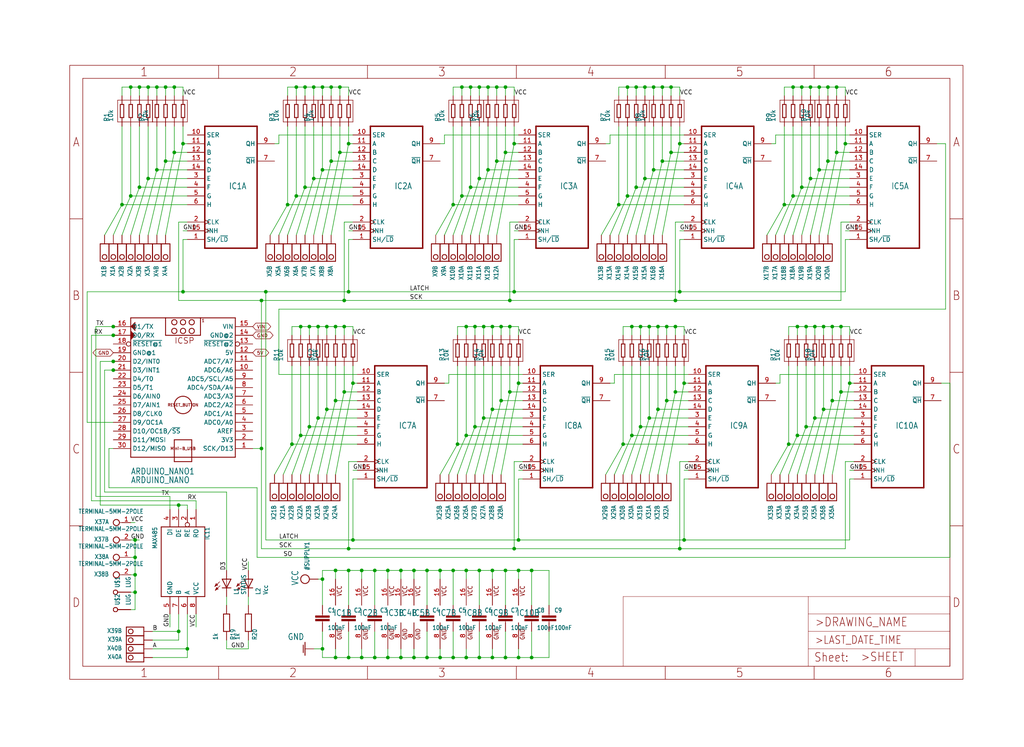
<source format=kicad_sch>
(kicad_sch (version 20211123) (generator eeschema)
  (paper "User" 298.45 217.881)
  (lib_symbols
    (symbol "CMRI_SMD_72IN_Nano_v1-eagle-import:74165D"
      (property "Reference" "IC" (at -0.635 -0.635 0))
      (symbol "74165D_1_0"
        (pin input line (at -12.7 -15.24 0) (length 5.08) (name "SH/~{LD}") (number "1"))
        (pin input line (at -12.7 15.24 0) (length 5.08) (name "SER") (number "10"))
        (pin input line (at -12.7 12.7 0) (length 5.08) (name "A") (number "11"))
        (pin input line (at -12.7 10.16 0) (length 5.08) (name "B") (number "12"))
        (pin input line (at -12.7 7.62 0) (length 5.08) (name "C") (number "13"))
        (pin input line (at -12.7 5.08 0) (length 5.08) (name "D") (number "14"))
        (pin input clock (at -12.7 -12.7 0) (length 5.08) (name "INH") (number "15"))
        (pin input clock (at -12.7 -10.16 0) (length 5.08) (name "CLK") (number "2"))
        (pin input line (at -12.7 2.54 0) (length 5.08) (name "E") (number "3"))
        (pin input line (at -12.7 0 0) (length 5.08) (name "F") (number "4"))
        (pin input line (at -12.7 -2.54 0) (length 5.08) (name "G") (number "5"))
        (pin input line (at -12.7 -5.08 0) (length 5.08) (name "H") (number "6"))
        (pin output line (at 12.7 7.62 180) (length 5.08) (name "~{QH}") (number "7"))
        (pin output line (at 12.7 12.7 180) (length 5.08) (name "QH") (number "9"))
      )
      (symbol "74165D_2_0"
        (text "GND" (at 1.905 -7.62 900) (effects (font (size 1.27 1.0795)) (justify left bottom)))
        (text "VCC" (at 1.905 5.08 900) (effects (font (size 1.27 1.0795)) (justify left bottom)))
        (pin power_in line (at 0 10.16 270) (length 7.62) (name "VCC") (number "16"))
        (pin power_in line (at 0 -10.16 90) (length 7.62) (name "GND") (number "8"))
      )
    )
    (symbol "CMRI_SMD_72IN_Nano_v1-eagle-import:A4L-LOC"
      (symbol "A4L-LOC_1_0"
        (text "1" (at 21.6958 1.905 0) (effects (font (size 2.54 2.286))))
        (text "1" (at 21.6958 177.165 0) (effects (font (size 2.54 2.286))))
        (text "2" (at 65.0875 1.905 0) (effects (font (size 2.54 2.286))))
        (text "2" (at 65.0875 177.165 0) (effects (font (size 2.54 2.286))))
        (text "3" (at 108.4792 1.905 0) (effects (font (size 2.54 2.286))))
        (text "3" (at 108.4792 177.165 0) (effects (font (size 2.54 2.286))))
        (text "4" (at 151.8708 1.905 0) (effects (font (size 2.54 2.286))))
        (text "4" (at 151.8708 177.165 0) (effects (font (size 2.54 2.286))))
        (text "5" (at 195.2625 1.905 0) (effects (font (size 2.54 2.286))))
        (text "5" (at 195.2625 177.165 0) (effects (font (size 2.54 2.286))))
        (text "6" (at 238.6542 1.905 0) (effects (font (size 2.54 2.286))))
        (text "6" (at 238.6542 177.165 0) (effects (font (size 2.54 2.286))))
        (text ">DRAWING_NAME" (at 217.17 15.24 0) (effects (font (size 2.54 2.159)) (justify left bottom)))
        (text ">LAST_DATE_TIME" (at 217.17 10.16 0) (effects (font (size 2.286 1.9431)) (justify left bottom)))
        (text ">SHEET" (at 230.505 5.08 0) (effects (font (size 2.54 2.159)) (justify left bottom)))
        (text "A" (at 1.905 156.6863 0) (effects (font (size 2.54 2.286))))
        (text "A" (at 258.445 156.6863 0) (effects (font (size 2.54 2.286))))
        (text "B" (at 1.905 111.9188 0) (effects (font (size 2.54 2.286))))
        (text "B" (at 258.445 111.9188 0) (effects (font (size 2.54 2.286))))
        (text "C" (at 1.905 67.1513 0) (effects (font (size 2.54 2.286))))
        (text "C" (at 258.445 67.1513 0) (effects (font (size 2.54 2.286))))
        (text "D" (at 1.905 22.3838 0) (effects (font (size 2.54 2.286))))
        (text "D" (at 258.445 22.3838 0) (effects (font (size 2.54 2.286))))
        (text "Sheet:" (at 216.916 4.953 0) (effects (font (size 2.54 2.159)) (justify left bottom)))
      )
    )
    (symbol "CMRI_SMD_72IN_Nano_v1-eagle-import:ARDUINO_NANO"
      (property "Reference" "ARDUINO_NANO" (at -15.24 -20.32 0))
      (property "Value" "ARDUINO_NANO" (at -15.24 -22.86 0))
      (symbol "ARDUINO_NANO_1_0"
        (text "1" (at 6.35 24.13 0) (effects (font (size 0.8128 0.8128)) (justify right bottom)))
        (text "ICSP" (at -2.54 17.78 0) (effects (font (size 1.6764 1.6764)) (justify left bottom)))
        (text "Mini-B_USB" (at 0 -12.7 0) (effects (font (size 0.8128 0.8128))))
        (text "RESET_BUTTON" (at 0 0 0) (effects (font (size 0.8128 0.8128))))
        (pin bidirectional line (at 20.32 -12.7 180) (length 5.08) (name "SCK/D13") (number "1"))
        (pin bidirectional line (at 20.32 10.16 180) (length 5.08) (name "ADC6/A6") (number "10"))
        (pin bidirectional line (at 20.32 12.7 180) (length 5.08) (name "ADC7/A7") (number "11"))
        (pin power_in line (at 20.32 15.24 180) (length 5.08) (name "5V") (number "12"))
        (pin input inverted (at 20.32 17.78 180) (length 5.08) (name "~{RESET@2}") (number "13"))
        (pin power_in line (at 20.32 20.32 180) (length 5.08) (name "GND@2") (number "14"))
        (pin power_in line (at 20.32 22.86 180) (length 5.08) (name "VIN") (number "15"))
        (pin bidirectional line (at -20.32 22.86 0) (length 5.08) (name "D1/TX") (number "16"))
        (pin bidirectional line (at -20.32 20.32 0) (length 5.08) (name "D0/RX") (number "17"))
        (pin input inverted (at -20.32 17.78 0) (length 5.08) (name "~{RESET@1}") (number "18"))
        (pin power_in line (at -20.32 15.24 0) (length 5.08) (name "GND@1") (number "19"))
        (pin output line (at 20.32 -10.16 180) (length 5.08) (name "3V3") (number "2"))
        (pin bidirectional line (at -20.32 12.7 0) (length 5.08) (name "D2/INT0") (number "20"))
        (pin bidirectional line (at -20.32 10.16 0) (length 5.08) (name "D3/INT1") (number "21"))
        (pin bidirectional line (at -20.32 7.62 0) (length 5.08) (name "D4/T0") (number "22"))
        (pin bidirectional line (at -20.32 5.08 0) (length 5.08) (name "D5/T1") (number "23"))
        (pin bidirectional line (at -20.32 2.54 0) (length 5.08) (name "D6/AIN0") (number "24"))
        (pin bidirectional line (at -20.32 0 0) (length 5.08) (name "D7/AIN1") (number "25"))
        (pin bidirectional line (at -20.32 -2.54 0) (length 5.08) (name "D8/CLK0") (number "26"))
        (pin bidirectional line (at -20.32 -5.08 0) (length 5.08) (name "D9/OC1A") (number "27"))
        (pin bidirectional line (at -20.32 -7.62 0) (length 5.08) (name "D10/OC1B/~{SS}") (number "28"))
        (pin bidirectional line (at -20.32 -10.16 0) (length 5.08) (name "D11/MOSI") (number "29"))
        (pin input line (at 20.32 -7.62 180) (length 5.08) (name "AREF") (number "3"))
        (pin bidirectional line (at -20.32 -12.7 0) (length 5.08) (name "D12/MISO") (number "30"))
        (pin bidirectional line (at 20.32 -5.08 180) (length 5.08) (name "ADC0/A0") (number "4"))
        (pin bidirectional line (at 20.32 -2.54 180) (length 5.08) (name "ADC1/A1") (number "5"))
        (pin bidirectional line (at 20.32 0 180) (length 5.08) (name "ADC2/A2") (number "6"))
        (pin bidirectional line (at 20.32 2.54 180) (length 5.08) (name "ADC3/A3") (number "7"))
        (pin bidirectional line (at 20.32 5.08 180) (length 5.08) (name "ADC4/SDA/A4") (number "8"))
        (pin bidirectional line (at 20.32 7.62 180) (length 5.08) (name "ADC5/SCL/A5") (number "9"))
      )
    )
    (symbol "CMRI_SMD_72IN_Nano_v1-eagle-import:CERAMIC-CAP"
      (property "Reference" "C" (at 1.524 0.381 0))
      (property "Value" "CERAMIC-CAP" (at 1.524 -4.699 0))
      (symbol "CERAMIC-CAP_1_0"
        (pin passive line (at 0 -5.08 90) (length 2.54) (name "P$1") (number "1"))
        (pin passive line (at 0 2.54 270) (length 2.54) (name "P$2") (number "2"))
      )
    )
    (symbol "CMRI_SMD_72IN_Nano_v1-eagle-import:GND" (power)
      (property "Value" "GND" (at -2.54 -5.08 90))
      (symbol "GND_1_0"
        (pin power_in line (at 0 2.54 270) (length 2.54) (name "GND") (number "1"))
      )
    )
    (symbol "CMRI_SMD_72IN_Nano_v1-eagle-import:LED-0603"
      (property "Reference" "L" (at 3.556 -4.572 90))
      (property "Value" "LED-0603" (at 5.715 -4.572 90))
      (symbol "LED-0603_1_0"
        (pin passive line (at 0 2.54 270) (length 2.54) (name "A") (number "A"))
        (pin passive line (at 0 -5.08 90) (length 2.54) (name "C") (number "C"))
      )
    )
    (symbol "CMRI_SMD_72IN_Nano_v1-eagle-import:LUG"
      (property "Value" "LUG" (at 1.27 -2.54 0))
      (symbol "LUG_1_0"
        (pin bidirectional inverted (at 0 -2.54 90) (length 5.08) (name "P$1") (number "P$3"))
        (pin bidirectional inverted (at 0 -2.54 90) (length 5.08) (name "P$1") (number "P$4"))
      )
    )
    (symbol "CMRI_SMD_72IN_Nano_v1-eagle-import:MAX485"
      (property "Reference" "IC" (at -10.16 7.62 0))
      (property "Value" "MAX485" (at -10.16 -7.62 0))
      (symbol "MAX485_1_0"
        (pin bidirectional line (at -15.24 5.08 0) (length 5.08) (name "RO") (number "1"))
        (pin bidirectional inverted (at -15.24 2.54 0) (length 5.08) (name "RE") (number "2"))
        (pin bidirectional line (at -15.24 0 0) (length 5.08) (name "DE") (number "3"))
        (pin bidirectional line (at -15.24 -2.54 0) (length 5.08) (name "DI") (number "4"))
        (pin bidirectional line (at 15.24 -2.54 180) (length 5.08) (name "GND") (number "5"))
        (pin bidirectional line (at 15.24 2.54 180) (length 5.08) (name "A") (number "6"))
        (pin bidirectional line (at 15.24 0 180) (length 5.08) (name "B") (number "7"))
        (pin bidirectional line (at 15.24 5.08 180) (length 5.08) (name "VCC") (number "8"))
      )
    )
    (symbol "CMRI_SMD_72IN_Nano_v1-eagle-import:RESISTOR-SMD-1206"
      (property "Reference" "R" (at -5.08 -2.54 0))
      (property "Value" "RESISTOR-SMD-1206" (at -5.08 2.54 0))
      (symbol "RESISTOR-SMD-1206_1_0"
        (pin passive line (at -5.08 0 0) (length 2.54) (name "1") (number "1"))
        (pin passive line (at 5.08 0 180) (length 2.54) (name "2") (number "2"))
      )
    )
    (symbol "CMRI_SMD_72IN_Nano_v1-eagle-import:RESISTORARRAY-0603"
      (property "Reference" "R" (at -3.81 7.62 0))
      (property "Value" "RESISTORARRAY-0603" (at -3.81 6.35 0))
      (symbol "RESISTORARRAY-0603_1_0"
        (pin passive line (at -5.08 3.81 0) (length 2.54) (name "1") (number "1"))
        (pin passive line (at -5.08 1.27 0) (length 2.54) (name "2") (number "2"))
        (pin passive line (at -5.08 -1.27 0) (length 2.54) (name "3") (number "3"))
        (pin passive line (at -5.08 -3.81 0) (length 2.54) (name "4") (number "4"))
        (pin passive line (at 3.81 3.81 180) (length 2.54) (name "5") (number "5"))
        (pin passive line (at 3.81 1.27 180) (length 2.54) (name "6") (number "6"))
        (pin passive line (at 3.81 -1.27 180) (length 2.54) (name "7") (number "7"))
        (pin passive line (at 3.81 -3.81 180) (length 2.54) (name "8") (number "8"))
      )
    )
    (symbol "CMRI_SMD_72IN_Nano_v1-eagle-import:TERMINAL-5MM-2POLE"
      (property "Reference" "X" (at -1.27 0.889 0))
      (property "Value" "TERMINAL-5MM-2POLE" (at -10.16 2.54 0))
      (symbol "TERMINAL-5MM-2POLE_1_0"
        (pin passive line (at 5.08 0 180) (length 2.54) (name "P$1") (number "1"))
      )
      (symbol "TERMINAL-5MM-2POLE_2_0"
        (pin passive line (at 5.08 0 180) (length 2.54) (name "P$2") (number "2"))
      )
    )
    (symbol "CMRI_SMD_72IN_Nano_v1-eagle-import:TERMINAL_2P_3,5MM_V2"
      (property "Reference" "X" (at 6.35 -0.889 0))
      (symbol "TERMINAL_2P_3,5MM_V2_1_0"
        (pin passive line (at -2.54 0 0) (length 2.54) (name "K") (number "P$1"))
      )
      (symbol "TERMINAL_2P_3,5MM_V2_2_0"
        (pin passive line (at -2.54 0 0) (length 2.54) (name "K") (number "P$2"))
      )
    )
    (symbol "CMRI_SMD_72IN_Nano_v1-eagle-import:VCC" (power)
      (property "Reference" "#SUPPLY" (at 2.54 0 0))
      (property "Value" "VCC" (at -1.905 3.175 0))
      (symbol "VCC_1_0"
        (pin power_in line (at 0 -2.54 90) (length 2.54) (name "VCC") (number "1"))
      )
    )
  )
  (junction (at 238.76 25.4))
  (junction (at 48.26 46.99))
  (junction (at 185.42 54.61))
  (junction (at 191.77 95.25))
  (junction (at 39.37 157.48))
  (junction (at 186.69 124.46))
  (junction (at 139.7 25.4))
  (junction (at 96.52 46.99))
  (junction (at 101.6 41.91))
  (junction (at 124.46 191.77))
  (junction (at 88.9 25.4))
  (junction (at 116.84 191.77))
  (junction (at 139.7 166.37))
  (junction (at 195.58 44.45))
  (junction (at 233.68 54.61))
  (junction (at 124.46 166.37))
  (junction (at 87.63 127))
  (junction (at 190.5 49.53))
  (junction (at 245.11 95.25))
  (junction (at 45.72 49.53))
  (junction (at 53.34 85.09))
  (junction (at 242.57 116.84))
  (junction (at 43.18 52.07))
  (junction (at 191.77 119.38))
  (junction (at 120.65 166.37))
  (junction (at 143.51 166.37))
  (junction (at 135.89 191.77))
  (junction (at 100.33 95.25))
  (junction (at 33.02 97.79))
  (junction (at 187.96 52.07))
  (junction (at 194.31 95.25))
  (junction (at 146.05 116.84))
  (junction (at 113.03 191.77))
  (junction (at 85.09 129.54))
  (junction (at 143.51 95.25))
  (junction (at 88.9 54.61))
  (junction (at 139.7 191.77))
  (junction (at 140.97 95.25))
  (junction (at 238.76 49.53))
  (junction (at 232.41 127))
  (junction (at 40.64 54.61))
  (junction (at 231.14 57.15))
  (junction (at 247.65 111.76))
  (junction (at 185.42 25.4))
  (junction (at 116.84 166.37))
  (junction (at 149.86 41.91))
  (junction (at 134.62 57.15))
  (junction (at 199.39 157.48))
  (junction (at 105.41 191.77))
  (junction (at 33.02 105.41))
  (junction (at 137.16 25.4))
  (junction (at 237.49 121.92))
  (junction (at 113.03 166.37))
  (junction (at 181.61 129.54))
  (junction (at 138.43 95.25))
  (junction (at 236.22 25.4))
  (junction (at 147.32 25.4))
  (junction (at 240.03 95.25))
  (junction (at 43.18 25.4))
  (junction (at 86.36 57.15))
  (junction (at 93.98 25.4))
  (junction (at 128.27 191.77))
  (junction (at 135.89 127))
  (junction (at 243.84 44.45))
  (junction (at 196.85 95.25))
  (junction (at 196.85 114.3))
  (junction (at 228.6 59.69))
  (junction (at 143.51 191.77))
  (junction (at 95.25 95.25))
  (junction (at 95.25 119.38))
  (junction (at 97.79 191.77))
  (junction (at 140.97 121.92))
  (junction (at 38.1 25.4))
  (junction (at 39.37 172.72))
  (junction (at 109.22 166.37))
  (junction (at 198.12 85.09))
  (junction (at 189.23 121.92))
  (junction (at 52.07 184.15))
  (junction (at 184.15 95.25))
  (junction (at 90.17 95.25))
  (junction (at 93.98 189.23))
  (junction (at 190.5 25.4))
  (junction (at 180.34 59.69))
  (junction (at 99.06 25.4))
  (junction (at 193.04 46.99))
  (junction (at 50.8 25.4))
  (junction (at 241.3 25.4))
  (junction (at 92.71 121.92))
  (junction (at 139.7 52.07))
  (junction (at 50.8 44.45))
  (junction (at 91.44 52.07))
  (junction (at 39.37 167.64))
  (junction (at 151.13 111.76))
  (junction (at 189.23 95.25))
  (junction (at 234.95 95.25))
  (junction (at 132.08 59.69))
  (junction (at 83.82 59.69))
  (junction (at 198.12 160.02))
  (junction (at 186.69 95.25))
  (junction (at 199.39 111.76))
  (junction (at 101.6 85.09))
  (junction (at 102.87 157.48))
  (junction (at 33.02 95.25))
  (junction (at 135.89 166.37))
  (junction (at 92.71 95.25))
  (junction (at 132.08 191.77))
  (junction (at 245.11 114.3))
  (junction (at 229.87 129.54))
  (junction (at 151.13 191.77))
  (junction (at 246.38 41.91))
  (junction (at 120.65 191.77))
  (junction (at 100.33 114.3))
  (junction (at 90.17 124.46))
  (junction (at 128.27 166.37))
  (junction (at 184.15 127))
  (junction (at 76.2 87.63))
  (junction (at 144.78 46.99))
  (junction (at 240.03 119.38))
  (junction (at 96.52 25.4))
  (junction (at 38.1 57.15))
  (junction (at 101.6 166.37))
  (junction (at 147.32 44.45))
  (junction (at 193.04 25.4))
  (junction (at 144.78 25.4))
  (junction (at 149.86 160.02))
  (junction (at 148.59 87.63))
  (junction (at 182.88 57.15))
  (junction (at 87.63 95.25))
  (junction (at 234.95 124.46))
  (junction (at 142.24 25.4))
  (junction (at 151.13 166.37))
  (junction (at 233.68 25.4))
  (junction (at 97.79 166.37))
  (junction (at 137.16 54.61))
  (junction (at 101.6 191.77))
  (junction (at 86.36 25.4))
  (junction (at 242.57 95.25))
  (junction (at 142.24 49.53))
  (junction (at 93.98 168.91))
  (junction (at 91.44 25.4))
  (junction (at 134.62 25.4))
  (junction (at 147.32 191.77))
  (junction (at 236.22 52.07))
  (junction (at 105.41 166.37))
  (junction (at 97.79 95.25))
  (junction (at 138.43 124.46))
  (junction (at 151.13 157.48))
  (junction (at 39.37 162.56))
  (junction (at 54.61 189.23))
  (junction (at 195.58 25.4))
  (junction (at 232.41 95.25))
  (junction (at 99.06 44.45))
  (junction (at 147.32 166.37))
  (junction (at 148.59 114.3))
  (junction (at 52.07 147.32))
  (junction (at 35.56 59.69))
  (junction (at 135.89 95.25))
  (junction (at 237.49 95.25))
  (junction (at 45.72 25.4))
  (junction (at 33.02 107.95))
  (junction (at 132.08 166.37))
  (junction (at 109.22 191.77))
  (junction (at 93.98 49.53))
  (junction (at 154.94 191.77))
  (junction (at 48.26 25.4))
  (junction (at 40.64 25.4))
  (junction (at 133.35 129.54))
  (junction (at 198.12 41.91))
  (junction (at 76.2 130.81))
  (junction (at 187.96 25.4))
  (junction (at 148.59 95.25))
  (junction (at 53.34 41.91))
  (junction (at 154.94 166.37))
  (junction (at 143.51 119.38))
  (junction (at 196.85 87.63))
  (junction (at 77.47 85.09))
  (junction (at 182.88 25.4))
  (junction (at 231.14 25.4))
  (junction (at 146.05 95.25))
  (junction (at 241.3 46.99))
  (junction (at 149.86 85.09))
  (junction (at 101.6 160.02))
  (junction (at 102.87 111.76))
  (junction (at 97.79 116.84))
  (junction (at 194.31 116.84))
  (junction (at 100.33 87.63))
  (junction (at 243.84 25.4))
  (wire (pts (xy 190.5 25.4) (xy 190.5 27.94)))
  (wire (pts (xy 86.36 36.83) (xy 86.36 57.15)))
  (wire (pts (xy 160.02 166.37) (xy 160.02 176.53)))
  (wire (pts (xy 54.61 189.23) (xy 44.45 189.23)))
  (wire (pts (xy 43.18 25.4) (xy 43.18 27.94)))
  (wire (pts (xy 93.98 49.53) (xy 102.87 49.53)))
  (wire (pts (xy 229.87 106.68) (xy 229.87 129.54)))
  (wire (pts (xy 133.35 95.25) (xy 133.35 97.79)))
  (wire (pts (xy 247.65 106.68) (xy 247.65 111.76)))
  (wire (pts (xy 138.43 138.43) (xy 143.51 119.38)))
  (wire (pts (xy 143.51 191.77) (xy 147.32 191.77)))
  (wire (pts (xy 138.43 106.68) (xy 138.43 124.46)))
  (wire (pts (xy 193.04 36.83) (xy 193.04 46.99)))
  (wire (pts (xy 105.41 166.37) (xy 105.41 168.91)))
  (wire (pts (xy 151.13 191.77) (xy 154.94 191.77)))
  (wire (pts (xy 129.54 39.37) (xy 151.13 39.37)))
  (wire (pts (xy 25.4 85.09) (xy 53.34 85.09)))
  (wire (pts (xy 129.54 41.91) (xy 129.54 39.37)))
  (wire (pts (xy 234.95 95.25) (xy 234.95 97.79)))
  (wire (pts (xy 151.13 166.37) (xy 151.13 168.91)))
  (wire (pts (xy 95.25 119.38) (xy 104.14 119.38)))
  (wire (pts (xy 176.53 41.91) (xy 177.8 41.91)))
  (wire (pts (xy 38.1 57.15) (xy 33.02 68.58)))
  (wire (pts (xy 185.42 36.83) (xy 185.42 54.61)))
  (wire (pts (xy 182.88 25.4) (xy 185.42 25.4)))
  (wire (pts (xy 92.71 95.25) (xy 95.25 95.25)))
  (wire (pts (xy 139.7 25.4) (xy 142.24 25.4)))
  (wire (pts (xy 237.49 95.25) (xy 240.03 95.25)))
  (wire (pts (xy 40.64 54.61) (xy 54.61 54.61)))
  (wire (pts (xy 33.02 105.41) (xy 29.21 105.41)))
  (wire (pts (xy 105.41 166.37) (xy 109.22 166.37)))
  (wire (pts (xy 120.65 189.23) (xy 120.65 191.77)))
  (wire (pts (xy 247.65 95.25) (xy 247.65 97.79)))
  (wire (pts (xy 52.07 184.15) (xy 44.45 184.15)))
  (wire (pts (xy 148.59 64.77) (xy 148.59 87.63)))
  (wire (pts (xy 127 68.58) (xy 132.08 59.69)))
  (wire (pts (xy 147.32 36.83) (xy 147.32 44.45)))
  (wire (pts (xy 90.17 95.25) (xy 92.71 95.25)))
  (wire (pts (xy 140.97 121.92) (xy 152.4 121.92)))
  (wire (pts (xy 33.02 97.79) (xy 26.67 97.79)))
  (wire (pts (xy 50.8 25.4) (xy 50.8 27.94)))
  (wire (pts (xy 54.61 191.77) (xy 44.45 191.77)))
  (wire (pts (xy 143.51 166.37) (xy 143.51 168.91)))
  (wire (pts (xy 66.04 186.69) (xy 66.04 189.23)))
  (wire (pts (xy 226.06 111.76) (xy 227.33 111.76)))
  (wire (pts (xy 124.46 166.37) (xy 124.46 176.53)))
  (wire (pts (xy 101.6 166.37) (xy 105.41 166.37)))
  (wire (pts (xy 48.26 46.99) (xy 43.18 68.58)))
  (wire (pts (xy 189.23 106.68) (xy 189.23 121.92)))
  (wire (pts (xy 177.8 41.91) (xy 177.8 39.37)))
  (wire (pts (xy 132.08 25.4) (xy 134.62 25.4)))
  (wire (pts (xy 185.42 68.58) (xy 190.5 49.53)))
  (wire (pts (xy 85.09 95.25) (xy 85.09 97.79)))
  (wire (pts (xy 129.54 68.58) (xy 134.62 57.15)))
  (wire (pts (xy 135.89 106.68) (xy 135.89 127)))
  (wire (pts (xy 120.65 191.77) (xy 116.84 191.77)))
  (wire (pts (xy 33.02 95.25) (xy 27.94 95.25)))
  (wire (pts (xy 275.59 90.17) (xy 275.59 41.91)))
  (wire (pts (xy 128.27 189.23) (xy 128.27 191.77)))
  (wire (pts (xy 234.95 124.46) (xy 248.92 124.46)))
  (wire (pts (xy 135.89 138.43) (xy 140.97 121.92)))
  (wire (pts (xy 113.03 166.37) (xy 113.03 168.91)))
  (wire (pts (xy 97.79 166.37) (xy 101.6 166.37)))
  (wire (pts (xy 139.7 68.58) (xy 144.78 46.99)))
  (wire (pts (xy 100.33 64.77) (xy 100.33 87.63)))
  (wire (pts (xy 200.66 137.16) (xy 199.39 137.16)))
  (wire (pts (xy 233.68 36.83) (xy 233.68 54.61)))
  (wire (pts (xy 96.52 25.4) (xy 99.06 25.4)))
  (wire (pts (xy 81.28 90.17) (xy 275.59 90.17)))
  (wire (pts (xy 54.61 189.23) (xy 54.61 191.77)))
  (wire (pts (xy 154.94 191.77) (xy 160.02 191.77)))
  (wire (pts (xy 38.1 57.15) (xy 54.61 57.15)))
  (wire (pts (xy 149.86 85.09) (xy 198.12 85.09)))
  (wire (pts (xy 87.63 95.25) (xy 87.63 97.79)))
  (wire (pts (xy 91.44 25.4) (xy 91.44 27.94)))
  (wire (pts (xy 227.33 111.76) (xy 227.33 109.22)))
  (wire (pts (xy 196.85 64.77) (xy 199.39 64.77)))
  (wire (pts (xy 97.79 138.43) (xy 102.87 111.76)))
  (wire (pts (xy 102.87 139.7) (xy 104.14 139.7)))
  (wire (pts (xy 143.51 106.68) (xy 143.51 119.38)))
  (wire (pts (xy 113.03 166.37) (xy 116.84 166.37)))
  (wire (pts (xy 146.05 95.25) (xy 146.05 97.79)))
  (wire (pts (xy 186.69 124.46) (xy 200.66 124.46)))
  (wire (pts (xy 191.77 95.25) (xy 194.31 95.25)))
  (wire (pts (xy 139.7 166.37) (xy 143.51 166.37)))
  (wire (pts (xy 245.11 95.25) (xy 245.11 97.79)))
  (wire (pts (xy 88.9 36.83) (xy 88.9 54.61)))
  (wire (pts (xy 187.96 25.4) (xy 187.96 27.94)))
  (wire (pts (xy 237.49 138.43) (xy 242.57 116.84)))
  (wire (pts (xy 151.13 157.48) (xy 151.13 139.7)))
  (wire (pts (xy 243.84 25.4) (xy 246.38 25.4)))
  (wire (pts (xy 143.51 95.25) (xy 146.05 95.25)))
  (wire (pts (xy 139.7 191.77) (xy 143.51 191.77)))
  (wire (pts (xy 226.06 41.91) (xy 226.06 39.37)))
  (wire (pts (xy 135.89 191.77) (xy 132.08 191.77)))
  (wire (pts (xy 95.25 95.25) (xy 97.79 95.25)))
  (wire (pts (xy 97.79 95.25) (xy 100.33 95.25)))
  (wire (pts (xy 90.17 124.46) (xy 104.14 124.46)))
  (wire (pts (xy 139.7 191.77) (xy 135.89 191.77)))
  (wire (pts (xy 26.67 146.05) (xy 57.15 146.05)))
  (wire (pts (xy 81.28 39.37) (xy 102.87 39.37)))
  (wire (pts (xy 101.6 134.62) (xy 104.14 134.62)))
  (wire (pts (xy 199.39 67.31) (xy 198.12 67.31)))
  (wire (pts (xy 31.75 142.24) (xy 31.75 130.81)))
  (wire (pts (xy 231.14 36.83) (xy 231.14 57.15)))
  (wire (pts (xy 224.79 138.43) (xy 229.87 129.54)))
  (wire (pts (xy 229.87 138.43) (xy 234.95 124.46)))
  (wire (pts (xy 180.34 25.4) (xy 180.34 27.94)))
  (wire (pts (xy 96.52 25.4) (xy 96.52 27.94)))
  (wire (pts (xy 85.09 129.54) (xy 104.14 129.54)))
  (wire (pts (xy 182.88 68.58) (xy 187.96 52.07)))
  (wire (pts (xy 181.61 129.54) (xy 200.66 129.54)))
  (wire (pts (xy 276.86 111.76) (xy 274.32 111.76)))
  (wire (pts (xy 54.61 147.32) (xy 54.61 148.59)))
  (wire (pts (xy 102.87 106.68) (xy 102.87 111.76)))
  (wire (pts (xy 102.87 69.85) (xy 101.6 69.85)))
  (wire (pts (xy 38.1 157.48) (xy 39.37 157.48)))
  (wire (pts (xy 52.07 147.32) (xy 54.61 147.32)))
  (wire (pts (xy 66.04 143.51) (xy 66.04 166.37)))
  (wire (pts (xy 33.02 107.95) (xy 30.48 107.95)))
  (wire (pts (xy 38.1 152.4) (xy 39.37 152.4)))
  (wire (pts (xy 83.82 59.69) (xy 78.74 68.58)))
  (wire (pts (xy 193.04 68.58) (xy 198.12 41.91)))
  (wire (pts (xy 99.06 25.4) (xy 99.06 27.94)))
  (wire (pts (xy 133.35 95.25) (xy 135.89 95.25)))
  (wire (pts (xy 132.08 191.77) (xy 132.08 184.15)))
  (wire (pts (xy 130.81 138.43) (xy 135.89 127)))
  (wire (pts (xy 232.41 95.25) (xy 234.95 95.25)))
  (wire (pts (xy 25.4 123.19) (xy 25.4 85.09)))
  (wire (pts (xy 86.36 25.4) (xy 88.9 25.4)))
  (wire (pts (xy 38.1 25.4) (xy 38.1 27.94)))
  (wire (pts (xy 85.09 95.25) (xy 87.63 95.25)))
  (wire (pts (xy 48.26 25.4) (xy 50.8 25.4)))
  (wire (pts (xy 246.38 134.62) (xy 246.38 160.02)))
  (wire (pts (xy 142.24 36.83) (xy 142.24 49.53)))
  (wire (pts (xy 43.18 52.07) (xy 38.1 68.58)))
  (wire (pts (xy 102.87 157.48) (xy 151.13 157.48)))
  (wire (pts (xy 102.87 111.76) (xy 104.14 111.76)))
  (wire (pts (xy 27.94 95.25) (xy 27.94 144.78)))
  (wire (pts (xy 130.81 109.22) (xy 152.4 109.22)))
  (wire (pts (xy 100.33 95.25) (xy 100.33 97.79)))
  (wire (pts (xy 95.25 138.43) (xy 100.33 114.3)))
  (wire (pts (xy 154.94 166.37) (xy 160.02 166.37)))
  (wire (pts (xy 232.41 127) (xy 248.92 127)))
  (wire (pts (xy 39.37 172.72) (xy 39.37 167.64)))
  (wire (pts (xy 105.41 191.77) (xy 109.22 191.77)))
  (wire (pts (xy 147.32 25.4) (xy 147.32 27.94)))
  (wire (pts (xy 77.47 157.48) (xy 102.87 157.48)))
  (wire (pts (xy 104.14 137.16) (xy 102.87 137.16)))
  (wire (pts (xy 53.34 36.83) (xy 53.34 41.91)))
  (wire (pts (xy 232.41 106.68) (xy 232.41 127)))
  (wire (pts (xy 189.23 95.25) (xy 189.23 97.79)))
  (wire (pts (xy 146.05 116.84) (xy 152.4 116.84)))
  (wire (pts (xy 195.58 25.4) (xy 195.58 27.94)))
  (wire (pts (xy 100.33 95.25) (xy 102.87 95.25)))
  (wire (pts (xy 238.76 49.53) (xy 247.65 49.53)))
  (wire (pts (xy 181.61 138.43) (xy 186.69 124.46)))
  (wire (pts (xy 228.6 68.58) (xy 233.68 54.61)))
  (wire (pts (xy 198.12 69.85) (xy 199.39 69.85)))
  (wire (pts (xy 133.35 106.68) (xy 133.35 129.54)))
  (wire (pts (xy 86.36 57.15) (xy 102.87 57.15)))
  (wire (pts (xy 52.07 186.69) (xy 44.45 186.69)))
  (wire (pts (xy 147.32 25.4) (xy 149.86 25.4)))
  (wire (pts (xy 92.71 138.43) (xy 97.79 116.84)))
  (wire (pts (xy 186.69 95.25) (xy 186.69 97.79)))
  (wire (pts (xy 189.23 138.43) (xy 194.31 116.84)))
  (wire (pts (xy 76.2 87.63) (xy 100.33 87.63)))
  (wire (pts (xy 101.6 191.77) (xy 97.79 191.77)))
  (wire (pts (xy 245.11 64.77) (xy 245.11 87.63)))
  (wire (pts (xy 191.77 106.68) (xy 191.77 119.38)))
  (wire (pts (xy 96.52 46.99) (xy 102.87 46.99)))
  (wire (pts (xy 91.44 52.07) (xy 86.36 68.58)))
  (wire (pts (xy 92.71 95.25) (xy 92.71 97.79)))
  (wire (pts (xy 135.89 166.37) (xy 139.7 166.37)))
  (wire (pts (xy 132.08 25.4) (xy 132.08 27.94)))
  (wire (pts (xy 246.38 25.4) (xy 246.38 27.94)))
  (wire (pts (xy 76.2 130.81) (xy 73.66 130.81)))
  (wire (pts (xy 198.12 160.02) (xy 246.38 160.02)))
  (wire (pts (xy 160.02 191.77) (xy 160.02 184.15)))
  (wire (pts (xy 179.07 109.22) (xy 200.66 109.22)))
  (wire (pts (xy 248.92 137.16) (xy 247.65 137.16)))
  (wire (pts (xy 93.98 36.83) (xy 93.98 49.53)))
  (wire (pts (xy 85.09 106.68) (xy 85.09 129.54)))
  (wire (pts (xy 234.95 95.25) (xy 237.49 95.25)))
  (wire (pts (xy 93.98 189.23) (xy 93.98 184.15)))
  (wire (pts (xy 50.8 44.45) (xy 54.61 44.45)))
  (wire (pts (xy 234.95 106.68) (xy 234.95 124.46)))
  (wire (pts (xy 184.15 138.43) (xy 189.23 121.92)))
  (wire (pts (xy 52.07 87.63) (xy 76.2 87.63)))
  (wire (pts (xy 35.56 59.69) (xy 54.61 59.69)))
  (wire (pts (xy 247.65 157.48) (xy 247.65 139.7)))
  (wire (pts (xy 194.31 138.43) (xy 199.39 111.76)))
  (wire (pts (xy 93.98 166.37) (xy 97.79 166.37)))
  (wire (pts (xy 181.61 95.25) (xy 184.15 95.25)))
  (wire (pts (xy 137.16 68.58) (xy 142.24 49.53)))
  (wire (pts (xy 195.58 25.4) (xy 198.12 25.4)))
  (wire (pts (xy 233.68 25.4) (xy 236.22 25.4)))
  (wire (pts (xy 72.39 173.99) (xy 72.39 176.53)))
  (wire (pts (xy 176.53 138.43) (xy 181.61 129.54)))
  (wire (pts (xy 151.13 139.7) (xy 152.4 139.7)))
  (wire (pts (xy 246.38 36.83) (xy 246.38 41.91)))
  (wire (pts (xy 237.49 121.92) (xy 248.92 121.92)))
  (wire (pts (xy 91.44 52.07) (xy 102.87 52.07)))
  (wire (pts (xy 148.59 95.25) (xy 148.59 97.79)))
  (wire (pts (xy 195.58 44.45) (xy 199.39 44.45)))
  (wire (pts (xy 92.71 106.68) (xy 92.71 121.92)))
  (wire (pts (xy 100.33 114.3) (xy 104.14 114.3)))
  (wire (pts (xy 246.38 41.91) (xy 247.65 41.91)))
  (wire (pts (xy 102.87 95.25) (xy 102.87 97.79)))
  (wire (pts (xy 132.08 68.58) (xy 137.16 54.61)))
  (wire (pts (xy 199.39 139.7) (xy 200.66 139.7)))
  (wire (pts (xy 241.3 68.58) (xy 246.38 41.91)))
  (wire (pts (xy 241.3 46.99) (xy 247.65 46.99)))
  (wire (pts (xy 137.16 36.83) (xy 137.16 54.61)))
  (wire (pts (xy 199.39 157.48) (xy 247.65 157.48)))
  (wire (pts (xy 101.6 85.09) (xy 149.86 85.09)))
  (wire (pts (xy 242.57 95.25) (xy 242.57 97.79)))
  (wire (pts (xy 234.95 138.43) (xy 240.03 119.38)))
  (wire (pts (xy 134.62 25.4) (xy 137.16 25.4)))
  (wire (pts (xy 53.34 41.91) (xy 54.61 41.91)))
  (wire (pts (xy 151.13 166.37) (xy 154.94 166.37)))
  (wire (pts (xy 128.27 166.37) (xy 132.08 166.37)))
  (wire (pts (xy 40.64 25.4) (xy 43.18 25.4)))
  (wire (pts (xy 194.31 116.84) (xy 200.66 116.84)))
  (wire (pts (xy 180.34 25.4) (xy 182.88 25.4)))
  (wire (pts (xy 93.98 49.53) (xy 88.9 68.58)))
  (wire (pts (xy 198.12 25.4) (xy 198.12 27.94)))
  (wire (pts (xy 142.24 25.4) (xy 142.24 27.94)))
  (wire (pts (xy 100.33 87.63) (xy 148.59 87.63)))
  (wire (pts (xy 240.03 138.43) (xy 245.11 114.3)))
  (wire (pts (xy 147.32 166.37) (xy 147.32 176.53)))
  (wire (pts (xy 124.46 191.77) (xy 120.65 191.77)))
  (wire (pts (xy 116.84 189.23) (xy 116.84 191.77)))
  (wire (pts (xy 53.34 85.09) (xy 77.47 85.09)))
  (wire (pts (xy 240.03 106.68) (xy 240.03 119.38)))
  (wire (pts (xy 140.97 106.68) (xy 140.97 121.92)))
  (wire (pts (xy 184.15 95.25) (xy 184.15 97.79)))
  (wire (pts (xy 182.88 36.83) (xy 182.88 57.15)))
  (wire (pts (xy 120.65 166.37) (xy 124.46 166.37)))
  (wire (pts (xy 135.89 189.23) (xy 135.89 191.77)))
  (wire (pts (xy 190.5 68.58) (xy 195.58 44.45)))
  (wire (pts (xy 135.89 95.25) (xy 138.43 95.25)))
  (wire (pts (xy 233.68 54.61) (xy 247.65 54.61)))
  (wire (pts (xy 95.25 95.25) (xy 95.25 97.79)))
  (wire (pts (xy 40.64 54.61) (xy 35.56 68.58)))
  (wire (pts (xy 43.18 36.83) (xy 43.18 52.07)))
  (wire (pts (xy 86.36 57.15) (xy 81.28 68.58)))
  (wire (pts (xy 247.65 67.31) (xy 246.38 67.31)))
  (wire (pts (xy 242.57 106.68) (xy 242.57 116.84)))
  (wire (pts (xy 199.39 95.25) (xy 199.39 97.79)))
  (wire (pts (xy 190.5 49.53) (xy 199.39 49.53)))
  (wire (pts (xy 191.77 138.43) (xy 196.85 114.3)))
  (wire (pts (xy 132.08 59.69) (xy 151.13 59.69)))
  (wire (pts (xy 247.65 111.76) (xy 248.92 111.76)))
  (wire (pts (xy 238.76 68.58) (xy 243.84 44.45)))
  (wire (pts (xy 181.61 106.68) (xy 181.61 129.54)))
  (wire (pts (xy 276.86 162.56) (xy 276.86 111.76)))
  (wire (pts (xy 194.31 106.68) (xy 194.31 116.84)))
  (wire (pts (xy 149.86 25.4) (xy 149.86 27.94)))
  (wire (pts (xy 34.29 107.95) (xy 33.02 107.95)))
  (wire (pts (xy 40.64 36.83) (xy 40.64 54.61)))
  (wire (pts (xy 124.46 166.37) (xy 128.27 166.37)))
  (wire (pts (xy 116.84 191.77) (xy 113.03 191.77)))
  (wire (pts (xy 228.6 25.4) (xy 228.6 27.94)))
  (wire (pts (xy 85.09 138.43) (xy 90.17 124.46)))
  (wire (pts (xy 151.13 95.25) (xy 151.13 97.79)))
  (wire (pts (xy 148.59 95.25) (xy 151.13 95.25)))
  (wire (pts (xy 196.85 95.25) (xy 196.85 97.79)))
  (wire (pts (xy 237.49 106.68) (xy 237.49 121.92)))
  (wire (pts (xy 45.72 25.4) (xy 48.26 25.4)))
  (wire (pts (xy 80.01 41.91) (xy 81.28 41.91)))
  (wire (pts (xy 175.26 68.58) (xy 180.34 59.69)))
  (wire (pts (xy 190.5 25.4) (xy 193.04 25.4)))
  (wire (pts (xy 139.7 184.15) (xy 139.7 191.77)))
  (wire (pts (xy 82.55 138.43) (xy 87.63 127)))
  (wire (pts (xy 102.87 64.77) (xy 100.33 64.77)))
  (wire (pts (xy 185.42 54.61) (xy 199.39 54.61)))
  (wire (pts (xy 134.62 57.15) (xy 151.13 57.15)))
  (wire (pts (xy 191.77 119.38) (xy 200.66 119.38)))
  (wire (pts (xy 242.57 95.25) (xy 245.11 95.25)))
  (wire (pts (xy 236.22 25.4) (xy 238.76 25.4)))
  (wire (pts (xy 35.56 25.4) (xy 38.1 25.4)))
  (wire (pts (xy 151.13 111.76) (xy 152.4 111.76)))
  (wire (pts (xy 236.22 52.07) (xy 247.65 52.07)))
  (wire (pts (xy 45.72 49.53) (xy 40.64 68.58)))
  (wire (pts (xy 179.07 111.76) (xy 179.07 109.22)))
  (wire (pts (xy 233.68 68.58) (xy 238.76 49.53)))
  (wire (pts (xy 227.33 138.43) (xy 232.41 127)))
  (wire (pts (xy 30.48 107.95) (xy 30.48 143.51)))
  (wire (pts (xy 193.04 46.99) (xy 199.39 46.99)))
  (wire (pts (xy 54.61 64.77) (xy 52.07 64.77)))
  (wire (pts (xy 34.29 95.25) (xy 33.02 95.25)))
  (wire (pts (xy 236.22 68.58) (xy 241.3 46.99)))
  (wire (pts (xy 148.59 87.63) (xy 196.85 87.63)))
  (wire (pts (xy 87.63 106.68) (xy 87.63 127)))
  (wire (pts (xy 35.56 25.4) (xy 35.56 27.94)))
  (wire (pts (xy 132.08 36.83) (xy 132.08 59.69)))
  (wire (pts (xy 144.78 46.99) (xy 151.13 46.99)))
  (wire (pts (xy 39.37 162.56) (xy 39.37 167.64)))
  (wire (pts (xy 93.98 25.4) (xy 93.98 27.94)))
  (wire (pts (xy 76.2 160.02) (xy 76.2 130.81)))
  (wire (pts (xy 236.22 36.83) (xy 236.22 52.07)))
  (wire (pts (xy 101.6 41.91) (xy 102.87 41.91)))
  (wire (pts (xy 86.36 25.4) (xy 86.36 27.94)))
  (wire (pts (xy 246.38 85.09) (xy 246.38 69.85)))
  (wire (pts (xy 196.85 87.63) (xy 245.11 87.63)))
  (wire (pts (xy 241.3 36.83) (xy 241.3 46.99)))
  (wire (pts (xy 101.6 69.85) (xy 101.6 85.09)))
  (wire (pts (xy 45.72 36.83) (xy 45.72 49.53)))
  (wire (pts (xy 72.39 189.23) (xy 66.04 189.23)))
  (wire (pts (xy 35.56 59.69) (xy 30.48 68.58)))
  (wire (pts (xy 93.98 25.4) (xy 96.52 25.4)))
  (wire (pts (xy 96.52 46.99) (xy 91.44 68.58)))
  (wire (pts (xy 128.27 191.77) (xy 132.08 191.77)))
  (wire (pts (xy 38.1 36.83) (xy 38.1 57.15)))
  (wire (pts (xy 134.62 36.83) (xy 134.62 57.15)))
  (wire (pts (xy 43.18 52.07) (xy 54.61 52.07)))
  (wire (pts (xy 189.23 121.92) (xy 200.66 121.92)))
  (wire (pts (xy 231.14 25.4) (xy 231.14 27.94)))
  (wire (pts (xy 196.85 64.77) (xy 196.85 87.63)))
  (wire (pts (xy 138.43 95.25) (xy 140.97 95.25)))
  (wire (pts (xy 35.56 36.83) (xy 35.56 59.69)))
  (wire (pts (xy 27.94 144.78) (xy 49.53 144.78)))
  (wire (pts (xy 52.07 179.07) (xy 52.07 184.15)))
  (wire (pts (xy 116.84 166.37) (xy 120.65 166.37)))
  (wire (pts (xy 227.33 109.22) (xy 248.92 109.22)))
  (wire (pts (xy 240.03 95.25) (xy 242.57 95.25)))
  (wire (pts (xy 132.08 166.37) (xy 135.89 166.37)))
  (wire (pts (xy 91.44 36.83) (xy 91.44 52.07)))
  (wire (pts (xy 245.11 106.68) (xy 245.11 114.3)))
  (wire (pts (xy 29.21 105.41) (xy 29.21 147.32)))
  (wire (pts (xy 143.51 166.37) (xy 147.32 166.37)))
  (wire (pts (xy 128.27 138.43) (xy 133.35 129.54)))
  (wire (pts (xy 25.4 123.19) (xy 33.02 123.19)))
  (wire (pts (xy 87.63 127) (xy 104.14 127)))
  (wire (pts (xy 113.03 189.23) (xy 113.03 191.77)))
  (wire (pts (xy 134.62 68.58) (xy 139.7 52.07)))
  (wire (pts (xy 149.86 41.91) (xy 151.13 41.91)))
  (wire (pts (xy 29.21 147.32) (xy 52.07 147.32)))
  (wire (pts (xy 54.61 69.85) (xy 53.34 69.85)))
  (wire (pts (xy 50.8 44.45) (xy 45.72 68.58)))
  (wire (pts (xy 187.96 52.07) (xy 199.39 52.07)))
  (wire (pts (xy 97.79 116.84) (xy 104.14 116.84)))
  (wire (pts (xy 149.86 36.83) (xy 149.86 41.91)))
  (wire (pts (xy 39.37 177.8) (xy 39.37 172.72)))
  (wire (pts (xy 45.72 49.53) (xy 54.61 49.53)))
  (wire (pts (xy 148.59 64.77) (xy 151.13 64.77)))
  (wire (pts (xy 97.79 189.23) (xy 97.79 191.77)))
  (wire (pts (xy 130.81 111.76) (xy 130.81 109.22)))
  (wire (pts (xy 97.79 166.37) (xy 97.79 168.91)))
  (wire (pts (xy 246.38 69.85) (xy 247.65 69.85)))
  (wire (pts (xy 81.28 109.22) (xy 81.28 90.17)))
  (wire (pts (xy 77.47 85.09) (xy 101.6 85.09)))
  (wire (pts (xy 99.06 44.45) (xy 102.87 44.45)))
  (wire (pts (xy 241.3 25.4) (xy 243.84 25.4)))
  (wire (pts (xy 93.98 191.77) (xy 93.98 189.23)))
  (wire (pts (xy 198.12 36.83) (xy 198.12 41.91)))
  (wire (pts (xy 186.69 106.68) (xy 186.69 124.46)))
  (wire (pts (xy 228.6 25.4) (xy 231.14 25.4)))
  (wire (pts (xy 83.82 36.83) (xy 83.82 59.69)))
  (wire (pts (xy 76.2 130.81) (xy 76.2 87.63)))
  (wire (pts (xy 101.6 191.77) (xy 105.41 191.77)))
  (wire (pts (xy 148.59 114.3) (xy 152.4 114.3)))
  (wire (pts (xy 229.87 129.54) (xy 248.92 129.54)))
  (wire (pts (xy 140.97 138.43) (xy 146.05 116.84)))
  (wire (pts (xy 152.4 137.16) (xy 151.13 137.16)))
  (wire (pts (xy 147.32 191.77) (xy 151.13 191.77)))
  (wire (pts (xy 196.85 95.25) (xy 199.39 95.25)))
  (wire (pts (xy 149.86 69.85) (xy 151.13 69.85)))
  (wire (pts (xy 146.05 95.25) (xy 148.59 95.25)))
  (wire (pts (xy 229.87 95.25) (xy 232.41 95.25)))
  (wire (pts (xy 77.47 85.09) (xy 77.47 157.48)))
  (wire (pts (xy 193.04 25.4) (xy 193.04 27.94)))
  (wire (pts (xy 149.86 134.62) (xy 149.86 160.02)))
  (wire (pts (xy 80.01 138.43) (xy 85.09 129.54)))
  (wire (pts (xy 135.89 127) (xy 152.4 127)))
  (wire (pts (xy 243.84 44.45) (xy 247.65 44.45)))
  (wire (pts (xy 226.06 68.58) (xy 231.14 57.15)))
  (wire (pts (xy 184.15 127) (xy 200.66 127)))
  (wire (pts (xy 81.28 41.91) (xy 81.28 39.37)))
  (wire (pts (xy 242.57 138.43) (xy 247.65 111.76)))
  (wire (pts (xy 246.38 134.62) (xy 248.92 134.62)))
  (wire (pts (xy 74.93 142.24) (xy 74.93 162.56)))
  (wire (pts (xy 133.35 129.54) (xy 152.4 129.54)))
  (wire (pts (xy 194.31 95.25) (xy 196.85 95.25)))
  (wire (pts (xy 72.39 163.83) (xy 72.39 166.37)))
  (wire (pts (xy 138.43 124.46) (xy 152.4 124.46)))
  (wire (pts (xy 198.12 41.91) (xy 199.39 41.91)))
  (wire (pts (xy 105.41 189.23) (xy 105.41 191.77)))
  (wire (pts (xy 124.46 184.15) (xy 124.46 191.77)))
  (wire (pts (xy 180.34 68.58) (xy 185.42 54.61)))
  (wire (pts (xy 92.71 168.91) (xy 93.98 168.91)))
  (wire (pts (xy 100.33 106.68) (xy 100.33 114.3)))
  (wire (pts (xy 49.53 182.88) (xy 49.53 179.07)))
  (wire (pts (xy 187.96 68.58) (xy 193.04 46.99)))
  (wire (pts (xy 180.34 36.83) (xy 180.34 59.69)))
  (wire (pts (xy 109.22 191.77) (xy 109.22 184.15)))
  (wire (pts (xy 245.11 95.25) (xy 247.65 95.25)))
  (wire (pts (xy 147.32 44.45) (xy 151.13 44.45)))
  (wire (pts (xy 228.6 36.83) (xy 228.6 59.69)))
  (wire (pts (xy 187.96 25.4) (xy 190.5 25.4)))
  (wire (pts (xy 186.69 95.25) (xy 189.23 95.25)))
  (wire (pts (xy 74.93 142.24) (xy 31.75 142.24)))
  (wire (pts (xy 102.87 67.31) (xy 101.6 67.31)))
  (wire (pts (xy 45.72 25.4) (xy 45.72 27.94)))
  (wire (pts (xy 143.51 191.77) (xy 143.51 189.23)))
  (wire (pts (xy 187.96 36.83) (xy 187.96 52.07)))
  (wire (pts (xy 231.14 57.15) (xy 247.65 57.15)))
  (wire (pts (xy 223.52 68.58) (xy 228.6 59.69)))
  (wire (pts (xy 198.12 134.62) (xy 198.12 160.02)))
  (wire (pts (xy 128.27 41.91) (xy 129.54 41.91)))
  (wire (pts (xy 54.61 67.31) (xy 53.34 67.31)))
  (wire (pts (xy 53.34 25.4) (xy 53.34 27.94)))
  (wire (pts (xy 38.1 25.4) (xy 40.64 25.4)))
  (wire (pts (xy 237.49 95.25) (xy 237.49 97.79)))
  (wire (pts (xy 39.37 167.64) (xy 38.1 167.64)))
  (wire (pts (xy 143.51 138.43) (xy 148.59 114.3)))
  (wire (pts (xy 144.78 36.83) (xy 144.78 46.99)))
  (wire (pts (xy 144.78 25.4) (xy 147.32 25.4)))
  (wire (pts (xy 113.03 191.77) (xy 109.22 191.77)))
  (wire (pts (xy 53.34 41.91) (xy 48.26 68.58)))
  (wire (pts (xy 83.82 25.4) (xy 86.36 25.4)))
  (wire (pts (xy 198.12 85.09) (xy 246.38 85.09)))
  (wire (pts (xy 181.61 95.25) (xy 181.61 97.79)))
  (wire (pts (xy 151.13 191.77) (xy 151.13 189.23)))
  (wire (pts (xy 88.9 54.61) (xy 102.87 54.61)))
  (wire (pts (xy 57.15 146.05) (xy 57.15 148.59)))
  (wire (pts (xy 83.82 59.69) (xy 102.87 59.69)))
  (wire (pts (xy 134.62 25.4) (xy 134.62 27.94)))
  (wire (pts (xy 120.65 166.37) (xy 120.65 168.91)))
  (wire (pts (xy 72.39 186.69) (xy 72.39 189.23)))
  (wire (pts (xy 101.6 160.02) (xy 149.86 160.02)))
  (wire (pts (xy 124.46 191.77) (xy 128.27 191.77)))
  (wire (pts (xy 139.7 25.4) (xy 139.7 27.94)))
  (wire (pts (xy 99.06 25.4) (xy 101.6 25.4)))
  (wire (pts (xy 226.06 39.37) (xy 247.65 39.37)))
  (wire (pts (xy 154.94 191.77) (xy 154.94 184.15)))
  (wire (pts (xy 135.89 166.37) (xy 135.89 168.91)))
  (wire (pts (xy 144.78 68.58) (xy 149.86 41.91)))
  (wire (pts (xy 34.29 105.41) (xy 33.02 105.41)))
  (wire (pts (xy 101.6 184.15) (xy 101.6 191.77)))
  (wire (pts (xy 199.39 157.48) (xy 199.39 139.7)))
  (wire (pts (xy 96.52 36.83) (xy 96.52 46.99)))
  (wire (pts (xy 240.03 119.38) (xy 248.92 119.38)))
  (wire (pts (xy 50.8 25.4) (xy 53.34 25.4)))
  (wire (pts (xy 198.12 85.09) (xy 198.12 69.85)))
  (wire (pts (xy 148.59 106.68) (xy 148.59 114.3)))
  (wire (pts (xy 135.89 95.25) (xy 135.89 97.79)))
  (wire (pts (xy 147.32 166.37) (xy 151.13 166.37)))
  (wire (pts (xy 91.44 25.4) (xy 93.98 25.4)))
  (wire (pts (xy 50.8 36.83) (xy 50.8 44.45)))
  (wire (pts (xy 151.13 67.31) (xy 149.86 67.31)))
  (wire (pts (xy 66.04 173.99) (xy 66.04 176.53)))
  (wire (pts (xy 88.9 25.4) (xy 91.44 25.4)))
  (wire (pts (xy 93.98 176.53) (xy 93.98 168.91)))
  (wire (pts (xy 193.04 25.4) (xy 195.58 25.4)))
  (wire (pts (xy 196.85 114.3) (xy 200.66 114.3)))
  (wire (pts (xy 76.2 160.02) (xy 101.6 160.02)))
  (wire (pts (xy 128.27 166.37) (xy 128.27 168.91)))
  (wire (pts (xy 199.39 106.68) (xy 199.39 111.76)))
  (wire (pts (xy 195.58 36.83) (xy 195.58 44.45)))
  (wire (pts (xy 140.97 95.25) (xy 140.97 97.79)))
  (wire (pts (xy 185.42 25.4) (xy 187.96 25.4)))
  (wire (pts (xy 231.14 68.58) (xy 236.22 52.07)))
  (wire (pts (xy 182.88 25.4) (xy 182.88 27.94)))
  (wire (pts (xy 137.16 25.4) (xy 137.16 27.94)))
  (wire (pts (xy 143.51 95.25) (xy 143.51 97.79)))
  (wire (pts (xy 245.11 64.77) (xy 247.65 64.77)))
  (wire (pts (xy 88.9 25.4) (xy 88.9 27.94)))
  (wire (pts (xy 88.9 54.61) (xy 83.82 68.58)))
  (wire (pts (xy 53.34 69.85) (xy 53.34 85.09)))
  (wire (pts (xy 275.59 41.91) (xy 273.05 41.91)))
  (wire (pts (xy 139.7 52.07) (xy 151.13 52.07)))
  (wire (pts (xy 143.51 119.38) (xy 152.4 119.38)))
  (wire (pts (xy 87.63 95.25) (xy 90.17 95.25)))
  (wire (pts (xy 154.94 166.37) (xy 154.94 176.53)))
  (wire (pts (xy 149.86 134.62) (xy 152.4 134.62)))
  (wire (pts (xy 144.78 25.4) (xy 144.78 27.94)))
  (wire (pts (xy 87.63 138.43) (xy 92.71 121.92)))
  (wire (pts (xy 101.6 25.4) (xy 101.6 27.94)))
  (wire (pts (xy 91.44 189.23) (xy 93.98 189.23)))
  (wire (pts (xy 189.23 95.25) (xy 191.77 95.25)))
  (wire (pts (xy 99.06 44.45) (xy 93.98 68.58)))
  (wire (pts (xy 245.11 114.3) (xy 248.92 114.3)))
  (wire (pts (xy 238.76 36.83) (xy 238.76 49.53)))
  (wire (pts (xy 149.86 85.09) (xy 149.86 69.85)))
  (wire (pts (xy 184.15 95.25) (xy 186.69 95.25)))
  (wire (pts (xy 97.79 106.68) (xy 97.79 116.84)))
  (wire (pts (xy 137.16 54.61) (xy 151.13 54.61)))
  (wire (pts (xy 97.79 191.77) (xy 93.98 191.77)))
  (wire (pts (xy 90.17 106.68) (xy 90.17 124.46)))
  (wire (pts (xy 238.76 25.4) (xy 241.3 25.4)))
  (wire (pts (xy 231.14 25.4) (xy 233.68 25.4)))
  (wire (pts (xy 31.75 130.81) (xy 33.02 130.81)))
  (wire (pts (xy 34.29 97.79) (xy 33.02 97.79)))
  (wire (pts (xy 116.84 166.37) (xy 116.84 168.91)))
  (wire (pts (xy 52.07 184.15) (xy 52.07 186.69)))
  (wire (pts (xy 54.61 179.07) (xy 54.61 189.23)))
  (wire (pts (xy 38.1 172.72) (xy 39.37 172.72)))
  (wire (pts (xy 74.93 162.56) (xy 276.86 162.56)))
  (wire (pts (xy 177.8 68.58) (xy 182.88 57.15)))
  (wire (pts (xy 97.79 95.25) (xy 97.79 97.79)))
  (wire (pts (xy 177.8 39.37) (xy 199.39 39.37)))
  (wire (pts (xy 243.84 25.4) (xy 243.84 27.94)))
  (wire (pts (xy 102.87 157.48) (xy 102.87 139.7)))
  (wire (pts (xy 198.12 134.62) (xy 200.66 134.62)))
  (wire (pts (xy 146.05 106.68) (xy 146.05 116.84)))
  (wire (pts (xy 39.37 157.48) (xy 40.64 157.48)))
  (wire (pts (xy 109.22 176.53) (xy 109.22 166.37)))
  (wire (pts (xy 109.22 166.37) (xy 113.03 166.37)))
  (wire (pts (xy 224.79 41.91) (xy 226.06 41.91)))
  (wire (pts (xy 101.6 41.91) (xy 96.52 68.58)))
  (wire (pts (xy 133.35 138.43) (xy 138.43 124.46)))
  (wire (pts (xy 232.41 138.43) (xy 237.49 121.92)))
  (wire (pts (xy 93.98 168.91) (xy 93.98 166.37)))
  (wire (pts (xy 194.31 95.25) (xy 194.31 97.79)))
  (wire (pts (xy 151.13 106.68) (xy 151.13 111.76)))
  (wire (pts (xy 196.85 106.68) (xy 196.85 114.3)))
  (wire (pts (xy 48.26 46.99) (xy 54.61 46.99)))
  (wire (pts (xy 92.71 121.92) (xy 104.14 121.92)))
  (wire (pts (xy 39.37 162.56) (xy 38.1 162.56)))
  (wire (pts (xy 241.3 25.4) (xy 241.3 27.94)))
  (wire (pts (xy 142.24 68.58) (xy 147.32 44.45)))
  (wire (pts (xy 52.07 148.59) (xy 52.07 147.32)))
  (wire (pts (xy 101.6 166.37) (xy 101.6 176.53)))
  (wire (pts (xy 48.26 25.4) (xy 48.26 27.94)))
  (wire (pts (xy 57.15 182.88) (xy 57.15 179.07)))
  (wire (pts (xy 138.43 95.25) (xy 138.43 97.79)))
  (wire (pts (xy 186.69 138.43) (xy 191.77 119.38)))
  (wire (pts (xy 242.57 116.84) (xy 248.92 116.84)))
  (wire (pts (xy 184.15 106.68) (xy 184.15 127)))
  (wire (pts (xy 139.7 36.83) (xy 139.7 52.07)))
  (wire (pts (xy 83.82 25.4) (xy 83.82 27.94)))
  (wire (pts (xy 142.24 49.53) (xy 151.13 49.53)))
  (wire (pts (xy 147.32 191.77) (xy 147.32 184.15)))
  (wire (pts (xy 142.24 25.4) (xy 144.78 25.4)))
  (wire (pts (xy 140.97 95.25) (xy 143.51 95.25)))
  (wire (pts (xy 90.17 95.25) (xy 90.17 97.79)))
  (wire (pts (xy 232.41 95.25) (xy 232.41 97.79)))
  (wire (pts (xy 49.53 144.78) (xy 49.53 148.59)))
  (wire (pts (xy 238.76 25.4) (xy 238.76 27.94)))
  (wire (pts (xy 129.54 111.76) (xy 130.81 111.76)))
  (wire (pts (xy 240.03 95.25) (xy 240.03 97.79)))
  (wire (pts (xy 137.16 25.4) (xy 139.7 25.4)))
  (wire (pts (xy 182.88 57.15) (xy 199.39 57.15)))
  (wire (pts (xy 146.05 138.43) (xy 151.13 111.76)))
  (wire (pts (xy 177.8 111.76) (xy 179.07 111.76)))
  (wire (pts (xy 30.48 143.51) (xy 66.04 143.51)))
  (wire (pts (xy 190.5 36.83) (xy 190.5 49.53)))
  (wire (pts (xy 99.06 36.83) (xy 99.06 44.45)))
  (wire (pts (xy 43.18 25.4) (xy 45.72 25.4)))
  (wire (pts (xy 233.68 25.4) (xy 233.68 27.94)))
  (wire (pts (xy 95.25 106.68) (xy 95.25 119.38)))
  (wire (pts (xy 38.1 177.8) (xy 39.37 177.8)))
  (wire (pts (xy 236.22 25.4) (xy 236.22 27.94)))
  (wire (pts (xy 228.6 59.69) (xy 247.65 59.69)))
  (wire (pts (xy 243.84 36.83) (xy 243.84 44.45)))
  (wire (pts (xy 90.17 138.43) (xy 95.25 119.38)))
  (wire (pts (xy 149.86 160.02) (xy 198.12 160.02)))
  (wire (pts (xy 39.37 157.48) (xy 39.37 162.56)))
  (wire (pts (xy 101.6 134.62) (xy 101.6 160.02)))
  (wire (pts (xy 199.39 111.76) (xy 200.66 111.76)))
  (wire (pts (xy 81.28 109.22) (xy 104.14 109.22)))
  (wire (pts (xy 191.77 95.25) (xy 191.77 97.79)))
  (wire (pts (xy 185.42 25.4) (xy 185.42 27.94)))
  (wire (pts (xy 247.65 139.7) (xy 248.92 139.7)))
  (wire (pts (xy 151.13 157.48) (xy 199.39 157.48)))
  (wire (pts (xy 132.08 176.53) (xy 132.08 166.37)))
  (wire (pts (xy 179.07 138.43) (xy 184.15 127)))
  (wire (pts (xy 101.6 36.83) (xy 101.6 41.91)))
  (wire (pts (xy 180.34 59.69) (xy 199.39 59.69)))
  (wire (pts (xy 139.7 166.37) (xy 139.7 176.53)))
  (wire (pts (xy 40.64 25.4) (xy 40.64 27.94)))
  (wire (pts (xy 52.07 64.77) (xy 52.07 87.63)))
  (wire (pts (xy 26.67 97.79) (xy 26.67 146.05)))
  (wire (pts (xy 48.26 36.83) (xy 48.26 46.99)))
  (wire (pts (xy 229.87 95.25) (xy 229.87 97.79)))
  (label "LATCH" (at 81.28 157.48 0) (effects (font (size 1.2446 1.2446))))
  (label "GND" (at 53.34 67.31 0) (effects (font (size 1.2446 1.2446))))
  (label "VCC" (at 247.65 97.79 0) (effects (font (size 1.2446 1.2446))))
  (label "GND" (at 49.53 182.88 90) (effects (font (size 1.2446 1.2446))))
  (label "GND" (at 101.6 67.31 0) (effects (font (size 1.2446 1.2446))))
  (label "RX" (at 27.305 97.79 0) (effects (font (size 1.2446 1.2446))))
  (label "GND" (at 149.86 67.31 0) (effects (font (size 1.2446 1.2446))))
  (label "VCC" (at 102.87 97.79 0) (effects (font (size 1.2446 1.2446))))
  (label "VCC" (at 198.12 27.94 0) (effects (font (size 1.2446 1.2446))))
  (label "TX" (at 46.99 144.78 0) (effects (font (size 1.2446 1.2446))))
  (label "VCC" (at 199.39 97.79 0) (effects (font (size 1.2446 1.2446))))
  (label "SCK" (at 81.28 160.02 0) (effects (font (size 1.2446 1.2446))))
  (label "GND" (at 38.1 157.48 0) (effects (font (size 1.2446 1.2446))))
  (label "VCC" (at 246.38 27.94 0) (effects (font (size 1.2446 1.2446))))
  (label "GND" (at 246.38 67.31 0) (effects (font (size 1.2446 1.2446))))
  (label "VCC" (at 57.15 182.88 90) (effects (font (size 1.2446 1.2446))))
  (label "VCC" (at 53.34 27.94 0) (effects (font (size 1.2446 1.2446))))
  (label "GND" (at 198.12 67.31 0) (effects (font (size 1.2446 1.2446))))
  (label "A" (at 44.45 189.23 0) (effects (font (size 1.2446 1.2446))))
  (label "GND" (at 67.31 189.23 0) (effects (font (size 1.2446 1.2446))))
  (label "VCC" (at 101.6 27.94 0) (effects (font (size 1.2446 1.2446))))
  (label "SO" (at 82.55 162.56 0) (effects (font (size 1.2446 1.2446))))
  (label "GND" (at 151.13 137.16 0) (effects (font (size 1.2446 1.2446))))
  (label "VCC" (at 38.1 152.4 0) (effects (font (size 1.2446 1.2446))))
  (label "LATCH" (at 119.38 85.09 0) (effects (font (size 1.2446 1.2446))))
  (label "VCC" (at 72.39 166.37 90) (effects (font (size 1.2446 1.2446))))
  (label "GND" (at 199.39 137.16 0) (effects (font (size 1.2446 1.2446))))
  (label "VCC" (at 149.86 27.94 0) (effects (font (size 1.2446 1.2446))))
  (label "TX" (at 27.94 95.25 0) (effects (font (size 1.2446 1.2446))))
  (label "GND" (at 247.65 137.16 0) (effects (font (size 1.2446 1.2446))))
  (label "B" (at 44.45 184.15 0) (effects (font (size 1.2446 1.2446))))
  (label "SCK" (at 119.38 87.63 0) (effects (font (size 1.2446 1.2446))))
  (label "GND" (at 102.87 137.16 0) (effects (font (size 1.2446 1.2446))))
  (label "RX" (at 54.61 146.05 0) (effects (font (size 1.2446 1.2446))))
  (label "D3" (at 66.04 166.37 90) (effects (font (size 1.2446 1.2446))))
  (label "VCC" (at 151.13 97.79 0) (effects (font (size 1.2446 1.2446))))
  (global_label "GND" (shape bidirectional) (at 33.02 102.87 180) (effects (font (size 1.016 1.016))) (property "Intersheet References" "${INTERSHEET_REFS}" (effects hide)))
  (global_label "GND" (shape bidirectional) (at 73.66 97.79 0) (effects (font (size 1.016 1.016))) (property "Intersheet References" "${INTERSHEET_REFS}" (effects hide)))
  (global_label "VIN" (shape bidirectional) (at 73.66 95.25 0) (effects (font (size 1.016 1.016))) (property "Intersheet References" "${INTERSHEET_REFS}" (effects hide)))
  (global_label "5V" (shape bidirectional) (at 73.66 102.87 0) (effects (font (size 1.016 1.016))) (property "Intersheet References" "${INTERSHEET_REFS}" (effects hide)))
  (symbol (lib_id "CMRI_SMD_72IN_Nano_v1-eagle-import:TERMINAL_2P_3,5MM_V2") (at 242.57 140.97 270) (unit 1)
    (property "Reference" "X36" (at 241.681 147.32 0) (effects (font (size 1.27 1.0795)) (justify left bottom)))
    (property "Value" "TERMINAL_2P_3,5MM_V2" (effects hide))
    (property "Footprint" "CMRI_SMD_72IN_Nano_v1:TERMINAL_2P_3,5MM_V2" (effects hide))
  )
  (symbol (lib_id "CMRI_SMD_72IN_Nano_v1-eagle-import:RESISTORARRAY-0603") (at 243.84 101.6 90) (unit 1)
    (property "Reference" "R18" (at 236.22 105.41 0) (effects (justify left bottom)))
    (property "Value" "10k" (at 237.49 105.41 0) (effects (justify left bottom)))
    (property "Footprint" "CMRI_SMD_72IN_Nano_v1:RESISTORARRAY-0603" (effects hide))
  )
  (symbol (lib_id "CMRI_SMD_72IN_Nano_v1-eagle-import:TERMINAL_2P_3,5MM_V2") (at 133.35 140.97 270) (unit 2)
    (property "Reference" "X26" (at 132.461 147.32 0) (effects (font (size 1.27 1.0795)) (justify left bottom)))
    (property "Value" "TERMINAL_2P_3,5MM_V2" (effects hide))
    (property "Footprint" "CMRI_SMD_72IN_Nano_v1:TERMINAL_2P_3,5MM_V2" (effects hide))
  )
  (symbol (lib_id "CMRI_SMD_72IN_Nano_v1-eagle-import:TERMINAL_2P_3,5MM_V2") (at 86.36 71.12 270) (unit 1)
    (property "Reference" "X6" (at 85.471 77.47 0) (effects (font (size 1.27 1.0795)) (justify left bottom)))
    (property "Value" "TERMINAL_2P_3,5MM_V2" (effects hide))
    (property "Footprint" "CMRI_SMD_72IN_Nano_v1:TERMINAL_2P_3,5MM_V2" (effects hide))
  )
  (symbol (lib_id "CMRI_SMD_72IN_Nano_v1-eagle-import:74165D") (at 212.09 54.61 0) (unit 1)
    (property "Reference" "IC4" (at 211.455 55.245 0) (effects (font (size 1.778 1.5113)) (justify left bottom)))
    (property "Value" "74165D" (effects hide))
    (property "Footprint" "CMRI_SMD_72IN_Nano_v1:SO16" (effects hide))
  )
  (symbol (lib_id "CMRI_SMD_72IN_Nano_v1-eagle-import:TERMINAL_2P_3,5MM_V2") (at 177.8 71.12 270) (unit 1)
    (property "Reference" "X13" (at 176.911 77.47 0) (effects (font (size 1.27 1.0795)) (justify left bottom)))
    (property "Value" "TERMINAL_2P_3,5MM_V2" (effects hide))
    (property "Footprint" "CMRI_SMD_72IN_Nano_v1:TERMINAL_2P_3,5MM_V2" (effects hide))
  )
  (symbol (lib_id "CMRI_SMD_72IN_Nano_v1-eagle-import:TERMINAL_2P_3,5MM_V2") (at 137.16 71.12 270) (unit 2)
    (property "Reference" "X11" (at 136.271 77.47 0) (effects (font (size 1.27 1.0795)) (justify left bottom)))
    (property "Value" "TERMINAL_2P_3,5MM_V2" (effects hide))
    (property "Footprint" "CMRI_SMD_72IN_Nano_v1:TERMINAL_2P_3,5MM_V2" (effects hide))
  )
  (symbol (lib_id "CMRI_SMD_72IN_Nano_v1-eagle-import:TERMINAL_2P_3,5MM_V2") (at 134.62 71.12 270) (unit 1)
    (property "Reference" "X10" (at 133.731 77.47 0) (effects (font (size 1.27 1.0795)) (justify left bottom)))
    (property "Value" "TERMINAL_2P_3,5MM_V2" (effects hide))
    (property "Footprint" "CMRI_SMD_72IN_Nano_v1:TERMINAL_2P_3,5MM_V2" (effects hide))
  )
  (symbol (lib_id "CMRI_SMD_72IN_Nano_v1-eagle-import:74165D") (at 143.51 179.07 0) (unit 2)
    (property "Reference" "IC9" (at 142.875 179.705 0) (effects (font (size 1.778 1.5113)) (justify left bottom)))
    (property "Value" "74165D" (effects hide))
    (property "Footprint" "CMRI_SMD_72IN_Nano_v1:SO16" (effects hide))
  )
  (symbol (lib_id "CMRI_SMD_72IN_Nano_v1-eagle-import:LED-0603") (at 66.04 168.91 0) (unit 1)
    (property "Reference" "L1" (at 69.596 173.482 90) (effects (font (size 1.27 1.0795)) (justify left bottom)))
    (property "Value" "STATUS" (at 71.755 173.482 90) (effects (font (size 1.27 1.0795)) (justify left bottom)))
    (property "Footprint" "CMRI_SMD_72IN_Nano_v1:LED-0603" (effects hide))
  )
  (symbol (lib_id "CMRI_SMD_72IN_Nano_v1-eagle-import:TERMINAL_2P_3,5MM_V2") (at 181.61 140.97 270) (unit 2)
    (property "Reference" "X30" (at 180.721 147.32 0) (effects (font (size 1.27 1.0795)) (justify left bottom)))
    (property "Value" "TERMINAL_2P_3,5MM_V2" (effects hide))
    (property "Footprint" "CMRI_SMD_72IN_Nano_v1:TERMINAL_2P_3,5MM_V2" (effects hide))
  )
  (symbol (lib_id "CMRI_SMD_72IN_Nano_v1-eagle-import:TERMINAL_2P_3,5MM_V2") (at 223.52 71.12 270) (unit 2)
    (property "Reference" "X17" (at 222.631 77.47 0) (effects (font (size 1.27 1.0795)) (justify left bottom)))
    (property "Value" "TERMINAL_2P_3,5MM_V2" (effects hide))
    (property "Footprint" "CMRI_SMD_72IN_Nano_v1:TERMINAL_2P_3,5MM_V2" (effects hide))
  )
  (symbol (lib_id "CMRI_SMD_72IN_Nano_v1-eagle-import:A4L-LOC") (at 20.32 198.12 0) (unit 1)
    (property "Reference" "#FRAME1" (effects hide))
    (property "Value" "A4L-LOC" (effects hide))
    (property "Footprint" "CMRI_SMD_72IN_Nano_v1:" (effects hide))
  )
  (symbol (lib_id "CMRI_SMD_72IN_Nano_v1-eagle-import:TERMINAL_2P_3,5MM_V2") (at 87.63 140.97 270) (unit 1)
    (property "Reference" "X22" (at 86.741 147.32 0) (effects (font (size 1.27 1.0795)) (justify left bottom)))
    (property "Value" "TERMINAL_2P_3,5MM_V2" (effects hide))
    (property "Footprint" "CMRI_SMD_72IN_Nano_v1:TERMINAL_2P_3,5MM_V2" (effects hide))
  )
  (symbol (lib_id "CMRI_SMD_72IN_Nano_v1-eagle-import:TERMINAL_2P_3,5MM_V2") (at 194.31 140.97 270) (unit 1)
    (property "Reference" "X32" (at 193.421 147.32 0) (effects (font (size 1.27 1.0795)) (justify left bottom)))
    (property "Value" "TERMINAL_2P_3,5MM_V2" (effects hide))
    (property "Footprint" "CMRI_SMD_72IN_Nano_v1:TERMINAL_2P_3,5MM_V2" (effects hide))
  )
  (symbol (lib_id "CMRI_SMD_72IN_Nano_v1-eagle-import:TERMINAL_2P_3,5MM_V2") (at 180.34 71.12 270) (unit 2)
    (property "Reference" "X14" (at 179.451 77.47 0) (effects (font (size 1.27 1.0795)) (justify left bottom)))
    (property "Value" "TERMINAL_2P_3,5MM_V2" (effects hide))
    (property "Footprint" "CMRI_SMD_72IN_Nano_v1:TERMINAL_2P_3,5MM_V2" (effects hide))
  )
  (symbol (lib_id "CMRI_SMD_72IN_Nano_v1-eagle-import:74165D") (at 116.84 124.46 0) (unit 1)
    (property "Reference" "IC7" (at 116.205 125.095 0) (effects (font (size 1.778 1.5113)) (justify left bottom)))
    (property "Value" "74165D" (effects hide))
    (property "Footprint" "CMRI_SMD_72IN_Nano_v1:SO16" (effects hide))
  )
  (symbol (lib_id "CMRI_SMD_72IN_Nano_v1-eagle-import:TERMINAL_2P_3,5MM_V2") (at 233.68 71.12 270) (unit 2)
    (property "Reference" "X19" (at 232.791 77.47 0) (effects (font (size 1.27 1.0795)) (justify left bottom)))
    (property "Value" "TERMINAL_2P_3,5MM_V2" (effects hide))
    (property "Footprint" "CMRI_SMD_72IN_Nano_v1:TERMINAL_2P_3,5MM_V2" (effects hide))
  )
  (symbol (lib_id "CMRI_SMD_72IN_Nano_v1-eagle-import:TERMINAL_2P_3,5MM_V2") (at 41.91 189.23 180) (unit 2)
    (property "Reference" "X40" (at 35.56 188.341 0) (effects (font (size 1.27 1.0795)) (justify left bottom)))
    (property "Value" "TERMINAL_2P_3,5MM_V2" (effects hide))
    (property "Footprint" "CMRI_SMD_72IN_Nano_v1:TERMINAL_2P_3,5MM_V2" (effects hide))
  )
  (symbol (lib_id "CMRI_SMD_72IN_Nano_v1-eagle-import:TERMINAL_2P_3,5MM_V2") (at 35.56 71.12 270) (unit 2)
    (property "Reference" "X2" (at 34.671 77.47 0) (effects (font (size 1.27 1.0795)) (justify left bottom)))
    (property "Value" "TERMINAL_2P_3,5MM_V2" (effects hide))
    (property "Footprint" "CMRI_SMD_72IN_Nano_v1:TERMINAL_2P_3,5MM_V2" (effects hide))
  )
  (symbol (lib_id "CMRI_SMD_72IN_Nano_v1-eagle-import:TERMINAL_2P_3,5MM_V2") (at 234.95 140.97 270) (unit 2)
    (property "Reference" "X35" (at 234.061 147.32 0) (effects (font (size 1.27 1.0795)) (justify left bottom)))
    (property "Value" "TERMINAL_2P_3,5MM_V2" (effects hide))
    (property "Footprint" "CMRI_SMD_72IN_Nano_v1:TERMINAL_2P_3,5MM_V2" (effects hide))
  )
  (symbol (lib_id "CMRI_SMD_72IN_Nano_v1-eagle-import:CERAMIC-CAP") (at 139.7 179.07 0) (unit 1)
    (property "Reference" "C6" (at 141.224 178.689 0) (effects (font (size 1.27 1.0795)) (justify left bottom)))
    (property "Value" "100nF" (at 141.224 183.769 0) (effects (font (size 1.27 1.0795)) (justify left bottom)))
    (property "Footprint" "CMRI_SMD_72IN_Nano_v1:1206" (effects hide))
  )
  (symbol (lib_id "CMRI_SMD_72IN_Nano_v1-eagle-import:TERMINAL_2P_3,5MM_V2") (at 81.28 71.12 270) (unit 1)
    (property "Reference" "X5" (at 80.391 77.47 0) (effects (font (size 1.27 1.0795)) (justify left bottom)))
    (property "Value" "TERMINAL_2P_3,5MM_V2" (effects hide))
    (property "Footprint" "CMRI_SMD_72IN_Nano_v1:TERMINAL_2P_3,5MM_V2" (effects hide))
  )
  (symbol (lib_id "CMRI_SMD_72IN_Nano_v1-eagle-import:74165D") (at 97.79 179.07 0) (unit 2)
    (property "Reference" "IC1" (at 97.155 179.705 0) (effects (font (size 1.778 1.5113)) (justify left bottom)))
    (property "Value" "74165D" (effects hide))
    (property "Footprint" "CMRI_SMD_72IN_Nano_v1:SO16" (effects hide))
  )
  (symbol (lib_id "CMRI_SMD_72IN_Nano_v1-eagle-import:TERMINAL_2P_3,5MM_V2") (at 193.04 71.12 270) (unit 1)
    (property "Reference" "X16" (at 192.151 77.47 0) (effects (font (size 1.27 1.0795)) (justify left bottom)))
    (property "Value" "TERMINAL_2P_3,5MM_V2" (effects hide))
    (property "Footprint" "CMRI_SMD_72IN_Nano_v1:TERMINAL_2P_3,5MM_V2" (effects hide))
  )
  (symbol (lib_id "CMRI_SMD_72IN_Nano_v1-eagle-import:74165D") (at 151.13 179.07 0) (unit 2)
    (property "Reference" "IC10" (at 150.495 179.705 0) (effects (font (size 1.778 1.5113)) (justify left bottom)))
    (property "Value" "74165D" (effects hide))
    (property "Footprint" "CMRI_SMD_72IN_Nano_v1:SO16" (effects hide))
  )
  (symbol (lib_id "CMRI_SMD_72IN_Nano_v1-eagle-import:TERMINAL_2P_3,5MM_V2") (at 229.87 140.97 270) (unit 2)
    (property "Reference" "X34" (at 228.981 147.32 0) (effects (font (size 1.27 1.0795)) (justify left bottom)))
    (property "Value" "TERMINAL_2P_3,5MM_V2" (effects hide))
    (property "Footprint" "CMRI_SMD_72IN_Nano_v1:TERMINAL_2P_3,5MM_V2" (effects hide))
  )
  (symbol (lib_id "CMRI_SMD_72IN_Nano_v1-eagle-import:CERAMIC-CAP") (at 124.46 179.07 0) (unit 1)
    (property "Reference" "C4" (at 125.984 178.689 0) (effects (font (size 1.27 1.0795)) (justify left bottom)))
    (property "Value" "100nF" (at 125.984 183.769 0) (effects (font (size 1.27 1.0795)) (justify left bottom)))
    (property "Footprint" "CMRI_SMD_72IN_Nano_v1:1206" (effects hide))
  )
  (symbol (lib_id "CMRI_SMD_72IN_Nano_v1-eagle-import:TERMINAL_2P_3,5MM_V2") (at 189.23 140.97 270) (unit 1)
    (property "Reference" "X31" (at 188.341 147.32 0) (effects (font (size 1.27 1.0795)) (justify left bottom)))
    (property "Value" "TERMINAL_2P_3,5MM_V2" (effects hide))
    (property "Footprint" "CMRI_SMD_72IN_Nano_v1:TERMINAL_2P_3,5MM_V2" (effects hide))
  )
  (symbol (lib_id "CMRI_SMD_72IN_Nano_v1-eagle-import:TERMINAL_2P_3,5MM_V2") (at 143.51 140.97 270) (unit 2)
    (property "Reference" "X28" (at 142.621 147.32 0) (effects (font (size 1.27 1.0795)) (justify left bottom)))
    (property "Value" "TERMINAL_2P_3,5MM_V2" (effects hide))
    (property "Footprint" "CMRI_SMD_72IN_Nano_v1:TERMINAL_2P_3,5MM_V2" (effects hide))
  )
  (symbol (lib_id "CMRI_SMD_72IN_Nano_v1-eagle-import:74165D") (at 67.31 54.61 0) (unit 1)
    (property "Reference" "IC1" (at 66.675 55.245 0) (effects (font (size 1.778 1.5113)) (justify left bottom)))
    (property "Value" "74165D" (effects hide))
    (property "Footprint" "CMRI_SMD_72IN_Nano_v1:SO16" (effects hide))
  )
  (symbol (lib_id "CMRI_SMD_72IN_Nano_v1-eagle-import:TERMINAL_2P_3,5MM_V2") (at 45.72 71.12 270) (unit 2)
    (property "Reference" "X4" (at 44.831 77.47 0) (effects (font (size 1.27 1.0795)) (justify left bottom)))
    (property "Value" "TERMINAL_2P_3,5MM_V2" (effects hide))
    (property "Footprint" "CMRI_SMD_72IN_Nano_v1:TERMINAL_2P_3,5MM_V2" (effects hide))
  )
  (symbol (lib_id "CMRI_SMD_72IN_Nano_v1-eagle-import:TERMINAL_2P_3,5MM_V2") (at 41.91 186.69 180) (unit 1)
    (property "Reference" "X39" (at 35.56 185.801 0) (effects (font (size 1.27 1.0795)) (justify left bottom)))
    (property "Value" "TERMINAL_2P_3,5MM_V2" (effects hide))
    (property "Footprint" "CMRI_SMD_72IN_Nano_v1:TERMINAL_2P_3,5MM_V2" (effects hide))
  )
  (symbol (lib_id "CMRI_SMD_72IN_Nano_v1-eagle-import:ARDUINO_NANO") (at 53.34 118.11 0) (unit 1)
    (property "Reference" "ARDUINO_NANO1" (at 38.1 138.43 0) (effects (font (size 1.778 1.5113)) (justify left bottom)))
    (property "Value" "ARDUINO_NANO" (at 38.1 140.97 0) (effects (font (size 1.778 1.5113)) (justify left bottom)))
    (property "Footprint" "CMRI_SMD_72IN_Nano_v1:ARDUINO_NANO" (effects hide))
  )
  (symbol (lib_id "CMRI_SMD_72IN_Nano_v1-eagle-import:TERMINAL-5MM-2POLE") (at 33.02 157.48 0) (unit 2)
    (property "Reference" "X37" (at 31.75 156.591 0) (effects (font (size 1.27 1.0795)) (justify right top)))
    (property "Value" "TERMINAL-5MM-2POLE" (at 22.86 154.94 0) (effects (font (size 1.27 1.0795)) (justify left bottom)))
    (property "Footprint" "CMRI_SMD_72IN_Nano_v1:W237-132" (effects hide))
  )
  (symbol (lib_id "CMRI_SMD_72IN_Nano_v1-eagle-import:74165D") (at 128.27 179.07 0) (unit 2)
    (property "Reference" "IC7" (at 127.635 179.705 0) (effects (font (size 1.778 1.5113)) (justify left bottom)))
    (property "Value" "74165D" (effects hide))
    (property "Footprint" "CMRI_SMD_72IN_Nano_v1:SO16" (effects hide))
  )
  (symbol (lib_id "CMRI_SMD_72IN_Nano_v1-eagle-import:TERMINAL_2P_3,5MM_V2") (at 132.08 71.12 270) (unit 2)
    (property "Reference" "X10" (at 131.191 77.47 0) (effects (font (size 1.27 1.0795)) (justify left bottom)))
    (property "Value" "TERMINAL_2P_3,5MM_V2" (effects hide))
    (property "Footprint" "CMRI_SMD_72IN_Nano_v1:TERMINAL_2P_3,5MM_V2" (effects hide))
  )
  (symbol (lib_id "CMRI_SMD_72IN_Nano_v1-eagle-import:TERMINAL-5MM-2POLE") (at 33.02 167.64 0) (unit 2)
    (property "Reference" "X38" (at 31.75 166.751 0) (effects (font (size 1.27 1.0795)) (justify right top)))
    (property "Value" "TERMINAL-5MM-2POLE" (at 22.86 165.1 0) (effects (font (size 1.27 1.0795)) (justify left bottom)))
    (property "Footprint" "CMRI_SMD_72IN_Nano_v1:W237-132" (effects hide))
  )
  (symbol (lib_id "CMRI_SMD_72IN_Nano_v1-eagle-import:TERMINAL_2P_3,5MM_V2") (at 231.14 71.12 270) (unit 1)
    (property "Reference" "X18" (at 230.251 77.47 0) (effects (font (size 1.27 1.0795)) (justify left bottom)))
    (property "Value" "TERMINAL_2P_3,5MM_V2" (effects hide))
    (property "Footprint" "CMRI_SMD_72IN_Nano_v1:TERMINAL_2P_3,5MM_V2" (effects hide))
  )
  (symbol (lib_id "CMRI_SMD_72IN_Nano_v1-eagle-import:TERMINAL-5MM-2POLE") (at 33.02 152.4 0) (unit 1)
    (property "Reference" "X37" (at 31.75 151.511 0) (effects (font (size 1.27 1.0795)) (justify right top)))
    (property "Value" "TERMINAL-5MM-2POLE" (at 22.86 149.86 0) (effects (font (size 1.27 1.0795)) (justify left bottom)))
    (property "Footprint" "CMRI_SMD_72IN_Nano_v1:W237-132" (effects hide))
  )
  (symbol (lib_id "CMRI_SMD_72IN_Nano_v1-eagle-import:74165D") (at 113.03 179.07 0) (unit 2)
    (property "Reference" "IC3" (at 112.395 179.705 0) (effects (font (size 1.778 1.5113)) (justify left bottom)))
    (property "Value" "74165D" (effects hide))
    (property "Footprint" "CMRI_SMD_72IN_Nano_v1:SO16" (effects hide))
  )
  (symbol (lib_id "CMRI_SMD_72IN_Nano_v1-eagle-import:TERMINAL_2P_3,5MM_V2") (at 48.26 71.12 270) (unit 1)
    (property "Reference" "X4" (at 47.371 77.47 0) (effects (font (size 1.27 1.0795)) (justify left bottom)))
    (property "Value" "TERMINAL_2P_3,5MM_V2" (effects hide))
    (property "Footprint" "CMRI_SMD_72IN_Nano_v1:TERMINAL_2P_3,5MM_V2" (effects hide))
  )
  (symbol (lib_id "CMRI_SMD_72IN_Nano_v1-eagle-import:TERMINAL_2P_3,5MM_V2") (at 127 71.12 270) (unit 2)
    (property "Reference" "X9" (at 126.111 77.47 0) (effects (font (size 1.27 1.0795)) (justify left bottom)))
    (property "Value" "TERMINAL_2P_3,5MM_V2" (effects hide))
    (property "Footprint" "CMRI_SMD_72IN_Nano_v1:TERMINAL_2P_3,5MM_V2" (effects hide))
  )
  (symbol (lib_id "CMRI_SMD_72IN_Nano_v1-eagle-import:TERMINAL_2P_3,5MM_V2") (at 38.1 71.12 270) (unit 1)
    (property "Reference" "X2" (at 37.211 77.47 0) (effects (font (size 1.27 1.0795)) (justify left bottom)))
    (property "Value" "TERMINAL_2P_3,5MM_V2" (effects hide))
    (property "Footprint" "CMRI_SMD_72IN_Nano_v1:TERMINAL_2P_3,5MM_V2" (effects hide))
  )
  (symbol (lib_id "CMRI_SMD_72IN_Nano_v1-eagle-import:TERMINAL_2P_3,5MM_V2") (at 146.05 140.97 270) (unit 1)
    (property "Reference" "X28" (at 145.161 147.32 0) (effects (font (size 1.27 1.0795)) (justify left bottom)))
    (property "Value" "TERMINAL_2P_3,5MM_V2" (effects hide))
    (property "Footprint" "CMRI_SMD_72IN_Nano_v1:TERMINAL_2P_3,5MM_V2" (effects hide))
  )
  (symbol (lib_id "CMRI_SMD_72IN_Nano_v1-eagle-import:TERMINAL_2P_3,5MM_V2") (at 227.33 140.97 270) (unit 1)
    (property "Reference" "X33" (at 226.441 147.32 0) (effects (font (size 1.27 1.0795)) (justify left bottom)))
    (property "Value" "TERMINAL_2P_3,5MM_V2" (effects hide))
    (property "Footprint" "CMRI_SMD_72IN_Nano_v1:TERMINAL_2P_3,5MM_V2" (effects hide))
  )
  (symbol (lib_id "CMRI_SMD_72IN_Nano_v1-eagle-import:RESISTORARRAY-0603") (at 184.15 31.75 90) (unit 1)
    (property "Reference" "R7" (at 176.53 35.56 0) (effects (justify left bottom)))
    (property "Value" "10k" (at 177.8 35.56 0) (effects (justify left bottom)))
    (property "Footprint" "CMRI_SMD_72IN_Nano_v1:RESISTORARRAY-0603" (effects hide))
  )
  (symbol (lib_id "CMRI_SMD_72IN_Nano_v1-eagle-import:TERMINAL_2P_3,5MM_V2") (at 240.03 140.97 270) (unit 2)
    (property "Reference" "X36" (at 239.141 147.32 0) (effects (font (size 1.27 1.0795)) (justify left bottom)))
    (property "Value" "TERMINAL_2P_3,5MM_V2" (effects hide))
    (property "Footprint" "CMRI_SMD_72IN_Nano_v1:TERMINAL_2P_3,5MM_V2" (effects hide))
  )
  (symbol (lib_id "CMRI_SMD_72IN_Nano_v1-eagle-import:TERMINAL_2P_3,5MM_V2") (at 185.42 71.12 270) (unit 2)
    (property "Reference" "X15" (at 184.531 77.47 0) (effects (font (size 1.27 1.0795)) (justify left bottom)))
    (property "Value" "TERMINAL_2P_3,5MM_V2" (effects hide))
    (property "Footprint" "CMRI_SMD_72IN_Nano_v1:TERMINAL_2P_3,5MM_V2" (effects hide))
  )
  (symbol (lib_id "CMRI_SMD_72IN_Nano_v1-eagle-import:TERMINAL_2P_3,5MM_V2") (at 238.76 71.12 270) (unit 2)
    (property "Reference" "X20" (at 237.871 77.47 0) (effects (font (size 1.27 1.0795)) (justify left bottom)))
    (property "Value" "TERMINAL_2P_3,5MM_V2" (effects hide))
    (property "Footprint" "CMRI_SMD_72IN_Nano_v1:TERMINAL_2P_3,5MM_V2" (effects hide))
  )
  (symbol (lib_id "CMRI_SMD_72IN_Nano_v1-eagle-import:TERMINAL_2P_3,5MM_V2") (at 88.9 71.12 270) (unit 2)
    (property "Reference" "X7" (at 88.011 77.47 0) (effects (font (size 1.27 1.0795)) (justify left bottom)))
    (property "Value" "TERMINAL_2P_3,5MM_V2" (effects hide))
    (property "Footprint" "CMRI_SMD_72IN_Nano_v1:TERMINAL_2P_3,5MM_V2" (effects hide))
  )
  (symbol (lib_id "CMRI_SMD_72IN_Nano_v1-eagle-import:TERMINAL_2P_3,5MM_V2") (at 96.52 71.12 270) (unit 1)
    (property "Reference" "X8" (at 95.631 77.47 0) (effects (font (size 1.27 1.0795)) (justify left bottom)))
    (property "Value" "TERMINAL_2P_3,5MM_V2" (effects hide))
    (property "Footprint" "CMRI_SMD_72IN_Nano_v1:TERMINAL_2P_3,5MM_V2" (effects hide))
  )
  (symbol (lib_id "CMRI_SMD_72IN_Nano_v1-eagle-import:TERMINAL_2P_3,5MM_V2") (at 33.02 71.12 270) (unit 1)
    (property "Reference" "X1" (at 32.131 77.47 0) (effects (font (size 1.27 1.0795)) (justify left bottom)))
    (property "Value" "TERMINAL_2P_3,5MM_V2" (effects hide))
    (property "Footprint" "CMRI_SMD_72IN_Nano_v1:TERMINAL_2P_3,5MM_V2" (effects hide))
  )
  (symbol (lib_id "CMRI_SMD_72IN_Nano_v1-eagle-import:TERMINAL_2P_3,5MM_V2") (at 140.97 140.97 270) (unit 1)
    (property "Reference" "X27" (at 140.081 147.32 0) (effects (font (size 1.27 1.0795)) (justify left bottom)))
    (property "Value" "TERMINAL_2P_3,5MM_V2" (effects hide))
    (property "Footprint" "CMRI_SMD_72IN_Nano_v1:TERMINAL_2P_3,5MM_V2" (effects hide))
  )
  (symbol (lib_id "CMRI_SMD_72IN_Nano_v1-eagle-import:TERMINAL-5MM-2POLE") (at 33.02 162.56 0) (unit 1)
    (property "Reference" "X38" (at 31.75 161.671 0) (effects (font (size 1.27 1.0795)) (justify right top)))
    (property "Value" "TERMINAL-5MM-2POLE" (at 22.86 160.02 0) (effects (font (size 1.27 1.0795)) (justify left bottom)))
    (property "Footprint" "CMRI_SMD_72IN_Nano_v1:W237-132" (effects hide))
  )
  (symbol (lib_id "CMRI_SMD_72IN_Nano_v1-eagle-import:RESISTOR-SMD-1206") (at 72.39 181.61 90) (unit 1)
    (property "Reference" "R20" (at 74.93 186.69 0) (effects (font (size 1.27 1.0795)) (justify left bottom)))
    (property "Value" "1k" (at 69.85 186.69 0) (effects (font (size 1.27 1.0795)) (justify left bottom)))
    (property "Footprint" "CMRI_SMD_72IN_Nano_v1:R1206W" (effects hide))
  )
  (symbol (lib_id "CMRI_SMD_72IN_Nano_v1-eagle-import:TERMINAL_2P_3,5MM_V2") (at 130.81 140.97 270) (unit 1)
    (property "Reference" "X25" (at 129.921 147.32 0) (effects (font (size 1.27 1.0795)) (justify left bottom)))
    (property "Value" "TERMINAL_2P_3,5MM_V2" (effects hide))
    (property "Footprint" "CMRI_SMD_72IN_Nano_v1:TERMINAL_2P_3,5MM_V2" (effects hide))
  )
  (symbol (lib_id "CMRI_SMD_72IN_Nano_v1-eagle-import:TERMINAL_2P_3,5MM_V2") (at 82.55 140.97 270) (unit 1)
    (property "Reference" "X21" (at 81.661 147.32 0) (effects (font (size 1.27 1.0795)) (justify left bottom)))
    (property "Value" "TERMINAL_2P_3,5MM_V2" (effects hide))
    (property "Footprint" "CMRI_SMD_72IN_Nano_v1:TERMINAL_2P_3,5MM_V2" (effects hide))
  )
  (symbol (lib_id "CMRI_SMD_72IN_Nano_v1-eagle-import:CERAMIC-CAP") (at 154.94 179.07 0) (unit 1)
    (property "Reference" "C8" (at 156.464 178.689 0) (effects (font (size 1.27 1.0795)) (justify left bottom)))
    (property "Value" "100nF" (at 156.464 183.769 0) (effects (font (size 1.27 1.0795)) (justify left bottom)))
    (property "Footprint" "CMRI_SMD_72IN_Nano_v1:1206" (effects hide))
  )
  (symbol (lib_id "CMRI_SMD_72IN_Nano_v1-eagle-import:RESISTORARRAY-0603") (at 185.42 101.6 90) (unit 1)
    (property "Reference" "R15" (at 177.8 105.41 0) (effects (justify left bottom)))
    (property "Value" "10k" (at 179.07 105.41 0) (effects (justify left bottom)))
    (property "Footprint" "CMRI_SMD_72IN_Nano_v1:RESISTORARRAY-0603" (effects hide))
  )
  (symbol (lib_id "CMRI_SMD_72IN_Nano_v1-eagle-import:74165D") (at 120.65 179.07 0) (unit 2)
    (property "Reference" "IC5" (at 120.015 179.705 0) (effects (font (size 1.778 1.5113)) (justify left bottom)))
    (property "Value" "74165D" (effects hide))
    (property "Footprint" "CMRI_SMD_72IN_Nano_v1:SO16" (effects hide))
  )
  (symbol (lib_id "CMRI_SMD_72IN_Nano_v1-eagle-import:CERAMIC-CAP") (at 101.6 179.07 0) (unit 1)
    (property "Reference" "C2" (at 103.124 178.689 0) (effects (font (size 1.27 1.0795)) (justify left bottom)))
    (property "Value" "100nF" (at 103.124 183.769 0) (effects (font (size 1.27 1.0795)) (justify left bottom)))
    (property "Footprint" "CMRI_SMD_72IN_Nano_v1:1206" (effects hide))
  )
  (symbol (lib_id "CMRI_SMD_72IN_Nano_v1-eagle-import:RESISTORARRAY-0603") (at 147.32 101.6 90) (unit 1)
    (property "Reference" "R14" (at 139.7 105.41 0) (effects (justify left bottom)))
    (property "Value" "10k" (at 140.97 105.41 0) (effects (justify left bottom)))
    (property "Footprint" "CMRI_SMD_72IN_Nano_v1:RESISTORARRAY-0603" (effects hide))
  )
  (symbol (lib_id "CMRI_SMD_72IN_Nano_v1-eagle-import:TERMINAL_2P_3,5MM_V2") (at 182.88 71.12 270) (unit 1)
    (property "Reference" "X14" (at 181.991 77.47 0) (effects (font (size 1.27 1.0795)) (justify left bottom)))
    (property "Value" "TERMINAL_2P_3,5MM_V2" (effects hide))
    (property "Footprint" "CMRI_SMD_72IN_Nano_v1:TERMINAL_2P_3,5MM_V2" (effects hide))
  )
  (symbol (lib_id "CMRI_SMD_72IN_Nano_v1-eagle-import:TERMINAL_2P_3,5MM_V2") (at 237.49 140.97 270) (unit 1)
    (property "Reference" "X35" (at 236.601 147.32 0) (effects (font (size 1.27 1.0795)) (justify left bottom)))
    (property "Value" "TERMINAL_2P_3,5MM_V2" (effects hide))
    (property "Footprint" "CMRI_SMD_72IN_Nano_v1:TERMINAL_2P_3,5MM_V2" (effects hide))
  )
  (symbol (lib_id "CMRI_SMD_72IN_Nano_v1-eagle-import:74165D") (at 261.62 124.46 0) (unit 1)
    (property "Reference" "IC10" (at 260.985 125.095 0) (effects (font (size 1.778 1.5113)) (justify left bottom)))
    (property "Value" "74165D" (effects hide))
    (property "Footprint" "CMRI_SMD_72IN_Nano_v1:SO16" (effects hide))
  )
  (symbol (lib_id "CMRI_SMD_72IN_Nano_v1-eagle-import:RESISTORARRAY-0603") (at 88.9 101.6 90) (unit 1)
    (property "Reference" "R11" (at 81.28 105.41 0) (effects (justify left bottom)))
    (property "Value" "10k" (at 82.55 105.41 0) (effects (justify left bottom)))
    (property "Footprint" "CMRI_SMD_72IN_Nano_v1:RESISTORARRAY-0603" (effects hide))
  )
  (symbol (lib_id "CMRI_SMD_72IN_Nano_v1-eagle-import:CERAMIC-CAP") (at 147.32 179.07 0) (unit 1)
    (property "Reference" "C7" (at 148.844 178.689 0) (effects (font (size 1.27 1.0795)) (justify left bottom)))
    (property "Value" "100nF" (at 148.844 183.769 0) (effects (font (size 1.27 1.0795)) (justify left bottom)))
    (property "Footprint" "CMRI_SMD_72IN_Nano_v1:1206" (effects hide))
  )
  (symbol (lib_id "CMRI_SMD_72IN_Nano_v1-eagle-import:LUG") (at 35.56 177.8 90) (unit 1)
    (property "Reference" "U$2" (at 34.925 176.53 0) (effects (font (size 1.27 1.0795)) (justify left bottom)))
    (property "Value" "LUG" (at 38.1 176.53 0) (effects (font (size 1.27 1.0795)) (justify left bottom)))
    (property "Footprint" "CMRI_SMD_72IN_Nano_v1:LUG-5MM" (effects hide))
  )
  (symbol (lib_id "CMRI_SMD_72IN_Nano_v1-eagle-import:GND") (at 88.9 189.23 270) (unit 1)
    (property "Reference" "#GND1" (effects hide))
    (property "Value" "GND" (at 83.82 186.69 90) (effects (font (size 1.778 1.5113)) (justify left bottom)))
    (property "Footprint" "CMRI_SMD_72IN_Nano_v1:" (effects hide))
  )
  (symbol (lib_id "CMRI_SMD_72IN_Nano_v1-eagle-import:RESISTOR-SMD-1206") (at 66.04 181.61 90) (unit 1)
    (property "Reference" "R19" (at 68.58 186.69 0) (effects (font (size 1.27 1.0795)) (justify left bottom)))
    (property "Value" "1k" (at 63.5 186.69 0) (effects (font (size 1.27 1.0795)) (justify left bottom)))
    (property "Footprint" "CMRI_SMD_72IN_Nano_v1:R1206W" (effects hide))
  )
  (symbol (lib_id "CMRI_SMD_72IN_Nano_v1-eagle-import:TERMINAL_2P_3,5MM_V2") (at 142.24 71.12 270) (unit 2)
    (property "Reference" "X12" (at 141.351 77.47 0) (effects (font (size 1.27 1.0795)) (justify left bottom)))
    (property "Value" "TERMINAL_2P_3,5MM_V2" (effects hide))
    (property "Footprint" "CMRI_SMD_72IN_Nano_v1:TERMINAL_2P_3,5MM_V2" (effects hide))
  )
  (symbol (lib_id "CMRI_SMD_72IN_Nano_v1-eagle-import:RESISTORARRAY-0603") (at 39.37 31.75 90) (unit 1)
    (property "Reference" "R1" (at 31.75 35.56 0) (effects (justify left bottom)))
    (property "Value" "10k" (at 33.02 35.56 0) (effects (justify left bottom)))
    (property "Footprint" "CMRI_SMD_72IN_Nano_v1:RESISTORARRAY-0603" (effects hide))
  )
  (symbol (lib_id "CMRI_SMD_72IN_Nano_v1-eagle-import:RESISTORARRAY-0603") (at 146.05 31.75 90) (unit 1)
    (property "Reference" "R6" (at 138.43 35.56 0) (effects (justify left bottom)))
    (property "Value" "10k" (at 139.7 35.56 0) (effects (justify left bottom)))
    (property "Footprint" "CMRI_SMD_72IN_Nano_v1:RESISTORARRAY-0603" (effects hide))
  )
  (symbol (lib_id "CMRI_SMD_72IN_Nano_v1-eagle-import:RESISTORARRAY-0603") (at 195.58 101.6 90) (unit 1)
    (property "Reference" "R16" (at 187.96 105.41 0) (effects (justify left bottom)))
    (property "Value" "10k" (at 189.23 105.41 0) (effects (justify left bottom)))
    (property "Footprint" "CMRI_SMD_72IN_Nano_v1:RESISTORARRAY-0603" (effects hide))
  )
  (symbol (lib_id "CMRI_SMD_72IN_Nano_v1-eagle-import:TERMINAL_2P_3,5MM_V2") (at 93.98 71.12 270) (unit 2)
    (property "Reference" "X8" (at 93.091 77.47 0) (effects (font (size 1.27 1.0795)) (justify left bottom)))
    (property "Value" "TERMINAL_2P_3,5MM_V2" (effects hide))
    (property "Footprint" "CMRI_SMD_72IN_Nano_v1:TERMINAL_2P_3,5MM_V2" (effects hide))
  )
  (symbol (lib_id "CMRI_SMD_72IN_Nano_v1-eagle-import:TERMINAL_2P_3,5MM_V2") (at 30.48 71.12 270) (unit 2)
    (property "Reference" "X1" (at 29.591 77.47 0) (effects (font (size 1.27 1.0795)) (justify left bottom)))
    (property "Value" "TERMINAL_2P_3,5MM_V2" (effects hide))
    (property "Footprint" "CMRI_SMD_72IN_Nano_v1:TERMINAL_2P_3,5MM_V2" (effects hide))
  )
  (symbol (lib_id "CMRI_SMD_72IN_Nano_v1-eagle-import:TERMINAL_2P_3,5MM_V2") (at 232.41 140.97 270) (unit 1)
    (property "Reference" "X34" (at 231.521 147.32 0) (effects (font (size 1.27 1.0795)) (justify left bottom)))
    (property "Value" "TERMINAL_2P_3,5MM_V2" (effects hide))
    (property "Footprint" "CMRI_SMD_72IN_Nano_v1:TERMINAL_2P_3,5MM_V2" (effects hide))
  )
  (symbol (lib_id "CMRI_SMD_72IN_Nano_v1-eagle-import:74165D") (at 105.41 179.07 0) (unit 2)
    (property "Reference" "IC2" (at 104.775 179.705 0) (effects (font (size 1.778 1.5113)) (justify left bottom)))
    (property "Value" "74165D" (effects hide))
    (property "Footprint" "CMRI_SMD_72IN_Nano_v1:SO16" (effects hide))
  )
  (symbol (lib_id "CMRI_SMD_72IN_Nano_v1-eagle-import:TERMINAL_2P_3,5MM_V2") (at 175.26 71.12 270) (unit 2)
    (property "Reference" "X13" (at 174.371 77.47 0) (effects (font (size 1.27 1.0795)) (justify left bottom)))
    (property "Value" "TERMINAL_2P_3,5MM_V2" (effects hide))
    (property "Footprint" "CMRI_SMD_72IN_Nano_v1:TERMINAL_2P_3,5MM_V2" (effects hide))
  )
  (symbol (lib_id "CMRI_SMD_72IN_Nano_v1-eagle-import:TERMINAL_2P_3,5MM_V2") (at 129.54 71.12 270) (unit 1)
    (property "Reference" "X9" (at 128.651 77.47 0) (effects (font (size 1.27 1.0795)) (justify left bottom)))
    (property "Value" "TERMINAL_2P_3,5MM_V2" (effects hide))
    (property "Footprint" "CMRI_SMD_72IN_Nano_v1:TERMINAL_2P_3,5MM_V2" (effects hide))
  )
  (symbol (lib_id "CMRI_SMD_72IN_Nano_v1-eagle-import:TERMINAL_2P_3,5MM_V2") (at 80.01 140.97 270) (unit 2)
    (property "Reference" "X21" (at 79.121 147.32 0) (effects (font (size 1.27 1.0795)) (justify left bottom)))
    (property "Value" "TERMINAL_2P_3,5MM_V2" (effects hide))
    (property "Footprint" "CMRI_SMD_72IN_Nano_v1:TERMINAL_2P_3,5MM_V2" (effects hide))
  )
  (symbol (lib_id "CMRI_SMD_72IN_Nano_v1-eagle-import:RESISTORARRAY-0603") (at 242.57 31.75 90) (unit 1)
    (property "Reference" "R10" (at 234.95 35.56 0) (effects (justify left bottom)))
    (property "Value" "10k" (at 236.22 35.56 0) (effects (justify left bottom)))
    (property "Footprint" "CMRI_SMD_72IN_Nano_v1:RESISTORARRAY-0603" (effects hide))
  )
  (symbol (lib_id "CMRI_SMD_72IN_Nano_v1-eagle-import:TERMINAL_2P_3,5MM_V2") (at 176.53 140.97 270) (unit 2)
    (property "Reference" "X29" (at 175.641 147.32 0) (effects (font (size 1.27 1.0795)) (justify left bottom)))
    (property "Value" "TERMINAL_2P_3,5MM_V2" (effects hide))
    (property "Footprint" "CMRI_SMD_72IN_Nano_v1:TERMINAL_2P_3,5MM_V2" (effects hide))
  )
  (symbol (lib_id "CMRI_SMD_72IN_Nano_v1-eagle-import:CERAMIC-CAP") (at 109.22 179.07 0) (unit 1)
    (property "Reference" "C3" (at 110.744 178.689 0) (effects (font (size 1.27 1.0795)) (justify left bottom)))
    (property "Value" "100nF" (at 110.744 183.769 0) (effects (font (size 1.27 1.0795)) (justify left bottom)))
    (property "Footprint" "CMRI_SMD_72IN_Nano_v1:1206" (effects hide))
  )
  (symbol (lib_id "CMRI_SMD_72IN_Nano_v1-eagle-import:TERMINAL_2P_3,5MM_V2") (at 92.71 140.97 270) (unit 1)
    (property "Reference" "X23" (at 91.821 147.32 0) (effects (font (size 1.27 1.0795)) (justify left bottom)))
    (property "Value" "TERMINAL_2P_3,5MM_V2" (effects hide))
    (property "Footprint" "CMRI_SMD_72IN_Nano_v1:TERMINAL_2P_3,5MM_V2" (effects hide))
  )
  (symbol (lib_id "CMRI_SMD_72IN_Nano_v1-eagle-import:TERMINAL_2P_3,5MM_V2") (at 179.07 140.97 270) (unit 1)
    (property "Reference" "X29" (at 178.181 147.32 0) (effects (font (size 1.27 1.0795)) (justify left bottom)))
    (property "Value" "TERMINAL_2P_3,5MM_V2" (effects hide))
    (property "Footprint" "CMRI_SMD_72IN_Nano_v1:TERMINAL_2P_3,5MM_V2" (effects hide))
  )
  (symbol (lib_id "CMRI_SMD_72IN_Nano_v1-eagle-import:74165D") (at 260.35 54.61 0) (unit 1)
    (property "Reference" "IC5" (at 259.715 55.245 0) (effects (font (size 1.778 1.5113)) (justify left bottom)))
    (property "Value" "74165D" (effects hide))
    (property "Footprint" "CMRI_SMD_72IN_Nano_v1:SO16" (effects hide))
  )
  (symbol (lib_id "CMRI_SMD_72IN_Nano_v1-eagle-import:LED-0603") (at 72.39 168.91 0) (unit 1)
    (property "Reference" "L2" (at 75.946 173.482 90) (effects (font (size 1.27 1.0795)) (justify left bottom)))
    (property "Value" "Vcc" (at 78.105 173.482 90) (effects (font (size 1.27 1.0795)) (justify left bottom)))
    (property "Footprint" "CMRI_SMD_72IN_Nano_v1:LED-0603" (effects hide))
  )
  (symbol (lib_id "CMRI_SMD_72IN_Nano_v1-eagle-import:RESISTORARRAY-0603") (at 99.06 101.6 90) (unit 1)
    (property "Reference" "R12" (at 91.44 105.41 0) (effects (justify left bottom)))
    (property "Value" "10k" (at 92.71 105.41 0) (effects (justify left bottom)))
    (property "Footprint" "CMRI_SMD_72IN_Nano_v1:RESISTORARRAY-0603" (effects hide))
  )
  (symbol (lib_id "CMRI_SMD_72IN_Nano_v1-eagle-import:TERMINAL_2P_3,5MM_V2") (at 224.79 140.97 270) (unit 2)
    (property "Reference" "X33" (at 223.901 147.32 0) (effects (font (size 1.27 1.0795)) (justify left bottom)))
    (property "Value" "TERMINAL_2P_3,5MM_V2" (effects hide))
    (property "Footprint" "CMRI_SMD_72IN_Nano_v1:TERMINAL_2P_3,5MM_V2" (effects hide))
  )
  (symbol (lib_id "CMRI_SMD_72IN_Nano_v1-eagle-import:TERMINAL_2P_3,5MM_V2") (at 43.18 71.12 270) (unit 1)
    (property "Reference" "X3" (at 42.291 77.47 0) (effects (font (size 1.27 1.0795)) (justify left bottom)))
    (property "Value" "TERMINAL_2P_3,5MM_V2" (effects hide))
    (property "Footprint" "CMRI_SMD_72IN_Nano_v1:TERMINAL_2P_3,5MM_V2" (effects hide))
  )
  (symbol (lib_id "CMRI_SMD_72IN_Nano_v1-eagle-import:TERMINAL_2P_3,5MM_V2") (at 236.22 71.12 270) (unit 1)
    (property "Reference" "X19" (at 235.331 77.47 0) (effects (font (size 1.27 1.0795)) (justify left bottom)))
    (property "Value" "TERMINAL_2P_3,5MM_V2" (effects hide))
    (property "Footprint" "CMRI_SMD_72IN_Nano_v1:TERMINAL_2P_3,5MM_V2" (effects hide))
  )
  (symbol (lib_id "CMRI_SMD_72IN_Nano_v1-eagle-import:TERMINAL_2P_3,5MM_V2") (at 228.6 71.12 270) (unit 2)
    (property "Reference" "X18" (at 227.711 77.47 0) (effects (font (size 1.27 1.0795)) (justify left bottom)))
    (property "Value" "TERMINAL_2P_3,5MM_V2" (effects hide))
    (property "Footprint" "CMRI_SMD_72IN_Nano_v1:TERMINAL_2P_3,5MM_V2" (effects hide))
  )
  (symbol (lib_id "CMRI_SMD_72IN_Nano_v1-eagle-import:TERMINAL_2P_3,5MM_V2") (at 78.74 71.12 270) (unit 2)
    (property "Reference" "X5" (at 77.851 77.47 0) (effects (font (size 1.27 1.0795)) (justify left bottom)))
    (property "Value" "TERMINAL_2P_3,5MM_V2" (effects hide))
    (property "Footprint" "CMRI_SMD_72IN_Nano_v1:TERMINAL_2P_3,5MM_V2" (effects hide))
  )
  (symbol (lib_id "CMRI_SMD_72IN_Nano_v1-eagle-import:RESISTORARRAY-0603") (at 97.79 31.75 90) (unit 1)
    (property "Reference" "R4" (at 90.17 35.56 0) (effects (justify left bottom)))
    (property "Value" "10k" (at 91.44 35.56 0) (effects (justify left bottom)))
    (property "Footprint" "CMRI_SMD_72IN_Nano_v1:RESISTORARRAY-0603" (effects hide))
  )
  (symbol (lib_id "CMRI_SMD_72IN_Nano_v1-eagle-import:74165D") (at 163.83 54.61 0) (unit 1)
    (property "Reference" "IC3" (at 163.195 55.245 0) (effects (font (size 1.778 1.5113)) (justify left bottom)))
    (property "Value" "74165D" (effects hide))
    (property "Footprint" "CMRI_SMD_72IN_Nano_v1:SO16" (effects hide))
  )
  (symbol (lib_id "CMRI_SMD_72IN_Nano_v1-eagle-import:TERMINAL_2P_3,5MM_V2") (at 83.82 71.12 270) (unit 2)
    (property "Reference" "X6" (at 82.931 77.47 0) (effects (font (size 1.27 1.0795)) (justify left bottom)))
    (property "Value" "TERMINAL_2P_3,5MM_V2" (effects hide))
    (property "Footprint" "CMRI_SMD_72IN_Nano_v1:TERMINAL_2P_3,5MM_V2" (effects hide))
  )
  (symbol (lib_id "CMRI_SMD_72IN_Nano_v1-eagle-import:RESISTORARRAY-0603") (at 233.68 101.6 90) (unit 1)
    (property "Reference" "R17" (at 226.06 105.41 0) (effects (justify left bottom)))
    (property "Value" "10k" (at 227.33 105.41 0) (effects (justify left bottom)))
    (property "Footprint" "CMRI_SMD_72IN_Nano_v1:RESISTORARRAY-0603" (effects hide))
  )
  (symbol (lib_id "CMRI_SMD_72IN_Nano_v1-eagle-import:TERMINAL_2P_3,5MM_V2") (at 40.64 71.12 270) (unit 2)
    (property "Reference" "X3" (at 39.751 77.47 0) (effects (font (size 1.27 1.0795)) (justify left bottom)))
    (property "Value" "TERMINAL_2P_3,5MM_V2" (effects hide))
    (property "Footprint" "CMRI_SMD_72IN_Nano_v1:TERMINAL_2P_3,5MM_V2" (effects hide))
  )
  (symbol (lib_id "CMRI_SMD_72IN_Nano_v1-eagle-import:RESISTORARRAY-0603") (at 87.63 31.75 90) (unit 1)
    (property "Reference" "R3" (at 80.01 35.56 0) (effects (justify left bottom)))
    (property "Value" "10k" (at 81.28 35.56 0) (effects (justify left bottom)))
    (property "Footprint" "CMRI_SMD_72IN_Nano_v1:RESISTORARRAY-0603" (effects hide))
  )
  (symbol (lib_id "CMRI_SMD_72IN_Nano_v1-eagle-import:TERMINAL_2P_3,5MM_V2") (at 139.7 71.12 270) (unit 1)
    (property "Reference" "X11" (at 138.811 77.47 0) (effects (font (size 1.27 1.0795)) (justify left bottom)))
    (property "Value" "TERMINAL_2P_3,5MM_V2" (effects hide))
    (property "Footprint" "CMRI_SMD_72IN_Nano_v1:TERMINAL_2P_3,5MM_V2" (effects hide))
  )
  (symbol (lib_id "CMRI_SMD_72IN_Nano_v1-eagle-import:TERMINAL_2P_3,5MM_V2") (at 128.27 140.97 270) (unit 2)
    (property "Reference" "X25" (at 127.381 147.32 0) (effects (font (size 1.27 1.0795)) (justify left bottom)))
    (property "Value" "TERMINAL_2P_3,5MM_V2" (effects hide))
    (property "Footprint" "CMRI_SMD_72IN_Nano_v1:TERMINAL_2P_3,5MM_V2" (effects hide))
  )
  (symbol (lib_id "CMRI_SMD_72IN_Nano_v1-eagle-import:74165D") (at 213.36 124.46 0) (unit 1)
    (property "Reference" "IC9" (at 212.725 125.095 0) (effects (font (size 1.778 1.5113)) (justify left bottom)))
    (property "Value" "74165D" (effects hide))
    (property "Footprint" "CMRI_SMD_72IN_Nano_v1:SO16" (effects hide))
  )
  (symbol (lib_id "CMRI_SMD_72IN_Nano_v1-eagle-import:CERAMIC-CAP") (at 93.98 179.07 0) (unit 1)
    (property "Reference" "C1" (at 95.504 178.689 0) (effects (font (size 1.27 1.0795)) (justify left bottom)))
    (property "Value" "100nF" (at 95.504 183.769 0) (effects (font (size 1.27 1.0795)) (justify left bottom)))
    (property "Footprint" "CMRI_SMD_72IN_Nano_v1:1206" (effects hide))
  )
  (symbol (lib_id "CMRI_SMD_72IN_Nano_v1-eagle-import:74165D") (at 135.89 179.07 0) (unit 2)
    (property "Reference" "IC8" (at 135.255 179.705 0) (effects (font (size 1.778 1.5113)) (justify left bottom)))
    (property "Value" "74165D" (effects hide))
    (property "Footprint" "CMRI_SMD_72IN_Nano_v1:SO16" (effects hide))
  )
  (symbol (lib_id "CMRI_SMD_72IN_Nano_v1-eagle-import:RESISTORARRAY-0603") (at 194.31 31.75 90) (unit 1)
    (property "Reference" "R8" (at 186.69 35.56 0) (effects (justify left bottom)))
    (property "Value" "10k" (at 187.96 35.56 0) (effects (justify left bottom)))
    (property "Footprint" "CMRI_SMD_72IN_Nano_v1:RESISTORARRAY-0603" (effects hide))
  )
  (symbol (lib_id "CMRI_SMD_72IN_Nano_v1-eagle-import:TERMINAL_2P_3,5MM_V2") (at 226.06 71.12 270) (unit 1)
    (property "Reference" "X17" (at 225.171 77.47 0) (effects (font (size 1.27 1.0795)) (justify left bottom)))
    (property "Value" "TERMINAL_2P_3,5MM_V2" (effects hide))
    (property "Footprint" "CMRI_SMD_72IN_Nano_v1:TERMINAL_2P_3,5MM_V2" (effects hide))
  )
  (symbol (lib_id "CMRI_SMD_72IN_Nano_v1-eagle-import:74165D") (at 115.57 54.61 0) (unit 1)
    (property "Reference" "IC2" (at 114.935 55.245 0) (effects (font (size 1.778 1.5113)) (justify left bottom)))
    (property "Value" "74165D" (effects hide))
    (property "Footprint" "CMRI_SMD_72IN_Nano_v1:SO16" (effects hide))
  )
  (symbol (lib_id "CMRI_SMD_72IN_Nano_v1-eagle-import:TERMINAL_2P_3,5MM_V2") (at 186.69 140.97 270) (unit 2)
    (property "Reference" "X31" (at 185.801 147.32 0) (effects (font (size 1.27 1.0795)) (justify left bottom)))
    (property "Value" "TERMINAL_2P_3,5MM_V2" (effects hide))
    (property "Footprint" "CMRI_SMD_72IN_Nano_v1:TERMINAL_2P_3,5MM_V2" (effects hide))
  )
  (symbol (lib_id "CMRI_SMD_72IN_Nano_v1-eagle-import:TERMINAL_2P_3,5MM_V2") (at 135.89 140.97 270) (unit 1)
    (property "Reference" "X26" (at 135.001 147.32 0) (effects (font (size 1.27 1.0795)) (justify left bottom)))
    (property "Value" "TERMINAL_2P_3,5MM_V2" (effects hide))
    (property "Footprint" "CMRI_SMD_72IN_Nano_v1:TERMINAL_2P_3,5MM_V2" (effects hide))
  )
  (symbol (lib_id "CMRI_SMD_72IN_Nano_v1-eagle-import:74165D") (at 165.1 124.46 0) (unit 1)
    (property "Reference" "IC8" (at 164.465 125.095 0) (effects (font (size 1.778 1.5113)) (justify left bottom)))
    (property "Value" "74165D" (effects hide))
    (property "Footprint" "CMRI_SMD_72IN_Nano_v1:SO16" (effects hide))
  )
  (symbol (lib_id "CMRI_SMD_72IN_Nano_v1-eagle-import:TERMINAL_2P_3,5MM_V2") (at 241.3 71.12 270) (unit 1)
    (property "Reference" "X20" (at 240.411 77.47 0) (effects (font (size 1.27 1.0795)) (justify left bottom)))
    (property "Value" "TERMINAL_2P_3,5MM_V2" (effects hide))
    (property "Footprint" "CMRI_SMD_72IN_Nano_v1:TERMINAL_2P_3,5MM_V2" (effects hide))
  )
  (symbol (lib_id "CMRI_SMD_72IN_Nano_v1-eagle-import:RESISTORARRAY-0603") (at 49.53 31.75 90) (unit 1)
    (property "Reference" "R2" (at 41.91 35.56 0) (effects (justify left bottom)))
    (property "Value" "10k" (at 43.18 35.56 0) (effects (justify left bottom)))
    (property "Footprint" "CMRI_SMD_72IN_Nano_v1:RESISTORARRAY-0603" (effects hide))
  )
  (symbol (lib_id "CMRI_SMD_72IN_Nano_v1-eagle-import:TERMINAL_2P_3,5MM_V2") (at 41.91 184.15 180) (unit 2)
    (property "Reference" "X39" (at 35.56 183.261 0) (effects (font (size 1.27 1.0795)) (justify left bottom)))
    (property "Value" "TERMINAL_2P_3,5MM_V2" (effects hide))
    (property "Footprint" "CMRI_SMD_72IN_Nano_v1:TERMINAL_2P_3,5MM_V2" (effects hide))
  )
  (symbol (lib_id "CMRI_SMD_72IN_Nano_v1-eagle-import:CERAMIC-CAP") (at 132.08 179.07 0) (unit 1)
    (property "Reference" "C5" (at 133.604 178.689 0) (effects (font (size 1.27 1.0795)) (justify left bottom)))
    (property "Value" "100nF" (at 133.604 183.769 0) (effects (font (size 1.27 1.0795)) (justify left bottom)))
    (property "Footprint" "CMRI_SMD_72IN_Nano_v1:1206" (effects hide))
  )
  (symbol (lib_id "CMRI_SMD_72IN_Nano_v1-eagle-import:TERMINAL_2P_3,5MM_V2") (at 91.44 71.12 270) (unit 1)
    (property "Reference" "X7" (at 90.551 77.47 0) (effects (font (size 1.27 1.0795)) (justify left bottom)))
    (property "Value" "TERMINAL_2P_3,5MM_V2" (effects hide))
    (property "Footprint" "CMRI_SMD_72IN_Nano_v1:TERMINAL_2P_3,5MM_V2" (effects hide))
  )
  (symbol (lib_id "CMRI_SMD_72IN_Nano_v1-eagle-import:RESISTORARRAY-0603") (at 232.41 31.75 90) (unit 1)
    (property "Reference" "R9" (at 224.79 35.56 0) (effects (justify left bottom)))
    (property "Value" "10k" (at 226.06 35.56 0) (effects (justify left bottom)))
    (property "Footprint" "CMRI_SMD_72IN_Nano_v1:RESISTORARRAY-0603" (effects hide))
  )
  (symbol (lib_id "CMRI_SMD_72IN_Nano_v1-eagle-import:RESISTORARRAY-0603") (at 135.89 31.75 90) (unit 1)
    (property "Reference" "R5" (at 128.27 35.56 0) (effects (justify left bottom)))
    (property "Value" "10k" (at 129.54 35.56 0) (effects (justify left bottom)))
    (property "Footprint" "CMRI_SMD_72IN_Nano_v1:RESISTORARRAY-0603" (effects hide))
  )
  (symbol (lib_id "CMRI_SMD_72IN_Nano_v1-eagle-import:TERMINAL_2P_3,5MM_V2") (at 138.43 140.97 270) (unit 2)
    (property "Reference" "X27" (at 137.541 147.32 0) (effects (font (size 1.27 1.0795)) (justify left bottom)))
    (property "Value" "TERMINAL_2P_3,5MM_V2" (effects hide))
    (property "Footprint" "CMRI_SMD_72IN_Nano_v1:TERMINAL_2P_3,5MM_V2" (effects hide))
  )
  (symbol (lib_id "CMRI_SMD_72IN_Nano_v1-eagle-import:TERMINAL_2P_3,5MM_V2") (at 90.17 140.97 270) (unit 2)
    (property "Reference" "X23" (at 89.281 147.32 0) (effects (font (size 1.27 1.0795)) (justify left bottom)))
    (property "Value" "TERMINAL_2P_3,5MM_V2" (effects hide))
    (property "Footprint" "CMRI_SMD_72IN_Nano_v1:TERMINAL_2P_3,5MM_V2" (effects hide))
  )
  (symbol (lib_id "CMRI_SMD_72IN_Nano_v1-eagle-import:TERMINAL_2P_3,5MM_V2") (at 191.77 140.97 270) (unit 2)
    (property "Reference" "X32" (at 190.881 147.32 0) (effects (font (size 1.27 1.0795)) (justify left bottom)))
    (property "Value" "TERMINAL_2P_3,5MM_V2" (effects hide))
    (property "Footprint" "CMRI_SMD_72IN_Nano_v1:TERMINAL_2P_3,5MM_V2" (effects hide))
  )
  (symbol (lib_id "CMRI_SMD_72IN_Nano_v1-eagle-import:CERAMIC-CAP") (at 160.02 179.07 0) (unit 1)
    (property "Reference" "C9" (at 161.544 178.689 0) (effects (font (size 1.27 1.0795)) (justify left bottom)))
    (property "Value" "100nF" (at 161.544 183.769 0) (effects (font (size 1.27 1.0795)) (justify left bottom)))
    (property "Footprint" "CMRI_SMD_72IN_Nano_v1:1206" (effects hide))
  )
  (symbol (lib_id "CMRI_SMD_72IN_Nano_v1-eagle-import:TERMINAL_2P_3,5MM_V2") (at 85.09 140.97 270) (unit 2)
    (property "Reference" "X22" (at 84.201 147.32 0) (effects (font (size 1.27 1.0795)) (justify left bottom)))
    (property "Value" "TERMINAL_2P_3,5MM_V2" (effects hide))
    (property "Footprint" "CMRI_SMD_72IN_Nano_v1:TERMINAL_2P_3,5MM_V2" (effects hide))
  )
  (symbol (lib_id "CMRI_SMD_72IN_Nano_v1-eagle-import:TERMINAL_2P_3,5MM_V2") (at 97.79 140.97 270) (unit 1)
    (property "Reference" "X24" (at 96.901 147.32 0) (effects (font (size 1.27 1.0795)) (justify left bottom)))
    (property "Value" "TERMINAL_2P_3,5MM_V2" (effects hide))
    (property "Footprint" "CMRI_SMD_72IN_Nano_v1:TERMINAL_2P_3,5MM_V2" (effects hide))
  )
  (symbol (lib_id "CMRI_SMD_72IN_Nano_v1-eagle-import:TERMINAL_2P_3,5MM_V2") (at 187.96 71.12 270) (unit 1)
    (property "Reference" "X15" (at 187.071 77.47 0) (effects (font (size 1.27 1.0795)) (justify left bottom)))
    (property "Value" "TERMINAL_2P_3,5MM_V2" (effects hide))
    (property "Footprint" "CMRI_SMD_72IN_Nano_v1:TERMINAL_2P_3,5MM_V2" (effects hide))
  )
  (symbol (lib_id "CMRI_SMD_72IN_Nano_v1-eagle-import:TERMINAL_2P_3,5MM_V2") (at 95.25 140.97 270) (unit 2)
    (property "Reference" "X24" (at 94.361 147.32 0) (effects (font (size 1.27 1.0795)) (justify left bottom)))
    (property "Value" "TERMINAL_2P_3,5MM_V2" (effects hide))
    (property "Footprint" "CMRI_SMD_72IN_Nano_v1:TERMINAL_2P_3,5MM_V2" (effects hide))
  )
  (symbol (lib_id "CMRI_SMD_72IN_Nano_v1-eagle-import:TERMINAL_2P_3,5MM_V2") (at 144.78 71.12 270) (unit 1)
    (property "Reference" "X12" (at 143.891 77.47 0) (effects (font (size 1.27 1.0795)) (justify left bottom)))
    (property "Value" "TERMINAL_2P_3,5MM_V2" (effects hide))
    (property "Footprint" "CMRI_SMD_72IN_Nano_v1:TERMINAL_2P_3,5MM_V2" (effects hide))
  )
  (symbol (lib_id "CMRI_SMD_72IN_Nano_v1-eagle-import:MAX485") (at 52.07 163.83 270) (unit 1)
    (property "Reference" "IC11" (at 59.69 153.67 0) (effects (font (size 1.27 1.0795)) (justify left bottom)))
    (property "Value" "MAX485" (at 44.45 153.67 0) (effects (font (size 1.27 1.0795)) (justify left bottom)))
    (property "Footprint" "CMRI_SMD_72IN_Nano_v1:SO08" (effects hide))
  )
  (symbol (lib_id "CMRI_SMD_72IN_Nano_v1-eagle-import:74165D") (at 116.84 179.07 0) (unit 2)
    (property "Reference" "IC4" (at 116.205 179.705 0) (effects (font (size 1.778 1.5113)) (justify left bottom)))
    (property "Value" "74165D" (effects hide))
    (property "Footprint" "CMRI_SMD_72IN_Nano_v1:SO16" (effects hide))
  )
  (symbol (lib_id "CMRI_SMD_72IN_Nano_v1-eagle-import:TERMINAL_2P_3,5MM_V2") (at 41.91 191.77 180) (unit 1)
    (property "Reference" "X40" (at 35.56 190.881 0) (effects (font (size 1.27 1.0795)) (justify left bottom)))
    (property "Value" "TERMINAL_2P_3,5MM_V2" (effects hide))
    (property "Footprint" "CMRI_SMD_72IN_Nano_v1:TERMINAL_2P_3,5MM_V2" (effects hide))
  )
  (symbol (lib_id "CMRI_SMD_72IN_Nano_v1-eagle-import:TERMINAL_2P_3,5MM_V2") (at 184.15 140.97 270) (unit 1)
    (property "Reference" "X30" (at 183.261 147.32 0) (effects (font (size 1.27 1.0795)) (justify left bottom)))
    (property "Value" "TERMINAL_2P_3,5MM_V2" (effects hide))
    (property "Footprint" "CMRI_SMD_72IN_Nano_v1:TERMINAL_2P_3,5MM_V2" (effects hide))
  )
  (symbol (lib_id "CMRI_SMD_72IN_Nano_v1-eagle-import:RESISTORARRAY-0603") (at 137.16 101.6 90) (unit 1)
    (property "Reference" "R13" (at 129.54 105.41 0) (effects (justify left bottom)))
    (property "Value" "10k" (at 130.81 105.41 0) (effects (justify left bottom)))
    (property "Footprint" "CMRI_SMD_72IN_Nano_v1:RESISTORARRAY-0603" (effects hide))
  )
  (symbol (lib_id "CMRI_SMD_72IN_Nano_v1-eagle-import:VCC") (at 90.17 168.91 90) (unit 1)
    (property "Reference" "#SUPPLY1" (at 90.17 166.37 0) (effects (font (size 1.27 1.0795)) (justify left bottom)))
    (property "Value" "VCC" (at 86.995 170.815 0) (effects (font (size 1.778 1.5113)) (justify left bottom)))
    (property "Footprint" "CMRI_SMD_72IN_Nano_v1:" (effects hide))
  )
  (symbol (lib_id "CMRI_SMD_72IN_Nano_v1-eagle-import:LUG") (at 35.56 172.72 90) (unit 1)
    (property "Reference" "U$1" (at 34.925 171.45 0) (effects (font (size 1.27 1.0795)) (justify left bottom)))
    (property "Value" "LUG" (at 38.1 171.45 0) (effects (font (size 1.27 1.0795)) (justify left bottom)))
    (property "Footprint" "CMRI_SMD_72IN_Nano_v1:LUG-5MM" (effects hide))
  )
  (symbol (lib_id "CMRI_SMD_72IN_Nano_v1-eagle-import:TERMINAL_2P_3,5MM_V2") (at 190.5 71.12 270) (unit 2)
    (property "Reference" "X16" (at 189.611 77.47 0) (effects (font (size 1.27 1.0795)) (justify left bottom)))
    (property "Value" "TERMINAL_2P_3,5MM_V2" (effects hide))
    (property "Footprint" "CMRI_SMD_72IN_Nano_v1:TERMINAL_2P_3,5MM_V2" (effects hide))
  )
)
</source>
